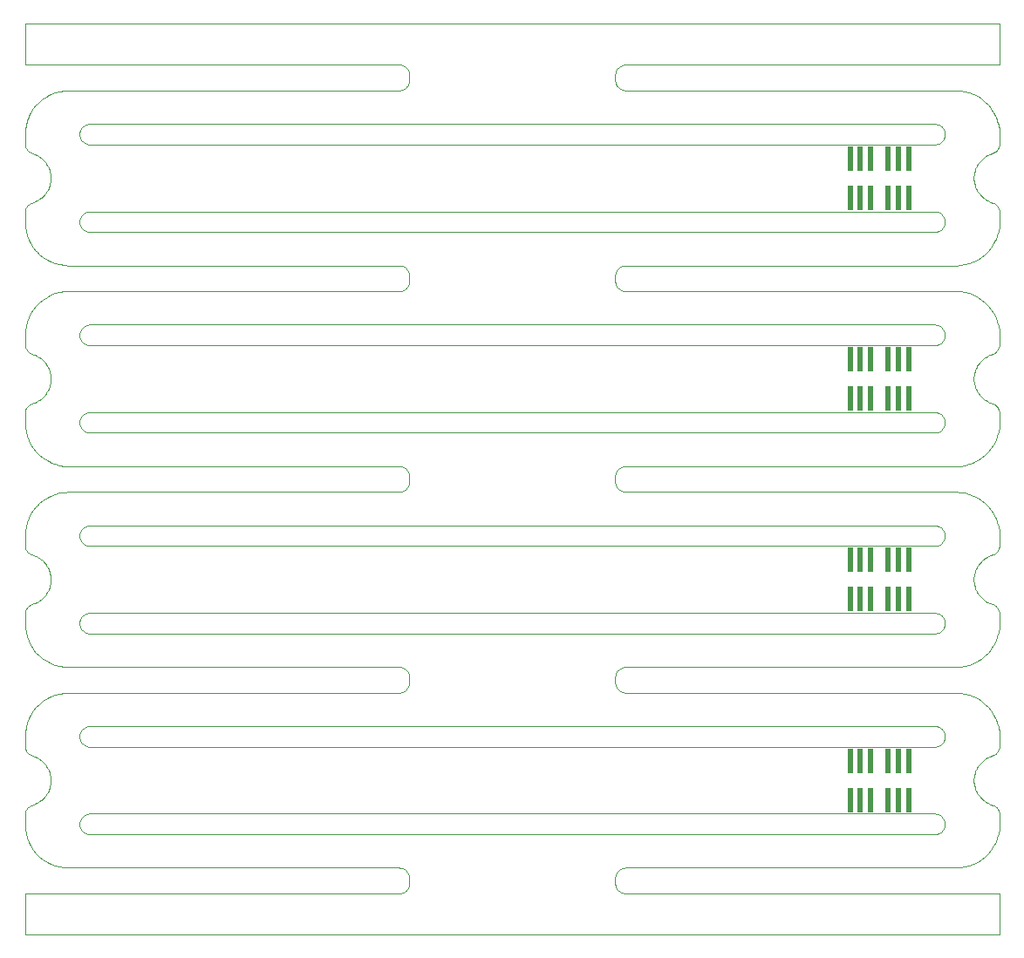
<source format=gbr>
G04 #@! TF.GenerationSoftware,KiCad,Pcbnew,5.1.5+dfsg1-2build2*
G04 #@! TF.CreationDate,2021-10-10T04:01:33+00:00*
G04 #@! TF.ProjectId,base_4.0,62617365-5f34-42e3-902e-6b696361645f,rev?*
G04 #@! TF.SameCoordinates,Original*
G04 #@! TF.FileFunction,Paste,Top*
G04 #@! TF.FilePolarity,Positive*
%FSLAX46Y46*%
G04 Gerber Fmt 4.6, Leading zero omitted, Abs format (unit mm)*
G04 Created by KiCad (PCBNEW 5.1.5+dfsg1-2build2) date 2021-10-10 04:01:33*
%MOMM*%
%LPD*%
G04 APERTURE LIST*
G04 #@! TA.AperFunction,Profile*
%ADD10C,0.100000*%
G04 #@! TD*
%ADD11R,0.560000X2.400000*%
G04 APERTURE END LIST*
D10*
X138549900Y-102715900D02*
X138451100Y-102736200D01*
X138646400Y-102685700D02*
X138549900Y-102715900D01*
X138739300Y-102645900D02*
X138646400Y-102685700D01*
X138827600Y-102596800D02*
X138739300Y-102645900D01*
X138910600Y-102539100D02*
X138827600Y-102596800D01*
X138987300Y-102473300D02*
X138910600Y-102539100D01*
X139057100Y-102399800D02*
X138987300Y-102473300D01*
X139119000Y-102319900D02*
X139057100Y-102399800D01*
X139172400Y-102234100D02*
X139119000Y-102319900D01*
X139216900Y-102143400D02*
X139172400Y-102234100D01*
X139252000Y-102048600D02*
X139216900Y-102143400D01*
X139277300Y-101950700D02*
X139252000Y-102048600D01*
X139292600Y-101850800D02*
X139277300Y-101950700D01*
X139297700Y-101749900D02*
X139292600Y-101850800D01*
X139292600Y-101649200D02*
X139297700Y-101749900D01*
X139277300Y-101549300D02*
X139292600Y-101649200D01*
X139252000Y-101451500D02*
X139277300Y-101549300D01*
X139216900Y-101356700D02*
X139252000Y-101451500D01*
X139172400Y-101266000D02*
X139216900Y-101356700D01*
X139119000Y-101180200D02*
X139172400Y-101266000D01*
X139057100Y-101100300D02*
X139119000Y-101180200D01*
X138987300Y-101026800D02*
X139057100Y-101100300D01*
X138910600Y-100961000D02*
X138987300Y-101026800D01*
X138827600Y-100903300D02*
X138910600Y-100961000D01*
X138739300Y-100854200D02*
X138827600Y-100903300D01*
X138646600Y-100814500D02*
X138739300Y-100854200D01*
X138550200Y-100784200D02*
X138646600Y-100814500D01*
X138451200Y-100763800D02*
X138550200Y-100784200D01*
X138350700Y-100753600D02*
X138451200Y-100763800D01*
X138274800Y-100751000D02*
X138350700Y-100753600D01*
X56325400Y-100751000D02*
X138274800Y-100751000D01*
X56249200Y-100753600D02*
X56325400Y-100751000D01*
X56148800Y-100763800D02*
X56249200Y-100753600D01*
X56049800Y-100784200D02*
X56148800Y-100763800D01*
X55953400Y-100814500D02*
X56049800Y-100784200D01*
X55860500Y-100854300D02*
X55953400Y-100814500D01*
X55772100Y-100903400D02*
X55860500Y-100854300D01*
X55689200Y-100961100D02*
X55772100Y-100903400D01*
X55612500Y-101027000D02*
X55689200Y-100961100D01*
X55542900Y-101100300D02*
X55612500Y-101027000D01*
X55481000Y-101180200D02*
X55542900Y-101100300D01*
X55427600Y-101266000D02*
X55481000Y-101180200D01*
X55383100Y-101356700D02*
X55427600Y-101266000D01*
X55348100Y-101451200D02*
X55383100Y-101356700D01*
X55322700Y-101549100D02*
X55348100Y-101451200D01*
X55307400Y-101649000D02*
X55322700Y-101549100D01*
X55302300Y-101749900D02*
X55307400Y-101649000D01*
X55307400Y-101850800D02*
X55302300Y-101749900D01*
X55322700Y-101950700D02*
X55307400Y-101850800D01*
X55348000Y-102048600D02*
X55322700Y-101950700D01*
X55383100Y-102143400D02*
X55348000Y-102048600D01*
X55427600Y-102234100D02*
X55383100Y-102143400D01*
X55481000Y-102319900D02*
X55427600Y-102234100D01*
X55542900Y-102399800D02*
X55481000Y-102319900D01*
X55612500Y-102473100D02*
X55542900Y-102399800D01*
X55689200Y-102538900D02*
X55612500Y-102473100D01*
X55772100Y-102596700D02*
X55689200Y-102538900D01*
X55860500Y-102645700D02*
X55772100Y-102596700D01*
X55953400Y-102685600D02*
X55860500Y-102645700D01*
X56049800Y-102715900D02*
X55953400Y-102685600D01*
X56148800Y-102736200D02*
X56049800Y-102715900D01*
X56249300Y-102746500D02*
X56148800Y-102736200D01*
X56325200Y-102749000D02*
X56249300Y-102746500D01*
X138274900Y-102749000D02*
X56325200Y-102749000D01*
X138350500Y-102746500D02*
X138274900Y-102749000D01*
X138451100Y-102736200D02*
X138350500Y-102746500D01*
X138549900Y-94215900D02*
X138451100Y-94236200D01*
X138646400Y-94185700D02*
X138549900Y-94215900D01*
X138739300Y-94145900D02*
X138646400Y-94185700D01*
X138827600Y-94096800D02*
X138739300Y-94145900D01*
X138910600Y-94039100D02*
X138827600Y-94096800D01*
X138987300Y-93973300D02*
X138910600Y-94039100D01*
X139057100Y-93899800D02*
X138987300Y-93973300D01*
X139119000Y-93819900D02*
X139057100Y-93899800D01*
X139172400Y-93734100D02*
X139119000Y-93819900D01*
X139216900Y-93643400D02*
X139172400Y-93734100D01*
X139252000Y-93548600D02*
X139216900Y-93643400D01*
X139277300Y-93450700D02*
X139252000Y-93548600D01*
X139292600Y-93350800D02*
X139277300Y-93450700D01*
X139297700Y-93249900D02*
X139292600Y-93350800D01*
X139292600Y-93149200D02*
X139297700Y-93249900D01*
X139277300Y-93049300D02*
X139292600Y-93149200D01*
X139252000Y-92951500D02*
X139277300Y-93049300D01*
X139216900Y-92856700D02*
X139252000Y-92951500D01*
X139172400Y-92766000D02*
X139216900Y-92856700D01*
X139119000Y-92680200D02*
X139172400Y-92766000D01*
X139057100Y-92600300D02*
X139119000Y-92680200D01*
X138987300Y-92526800D02*
X139057100Y-92600300D01*
X138910600Y-92461000D02*
X138987300Y-92526800D01*
X138827600Y-92403300D02*
X138910600Y-92461000D01*
X138739300Y-92354200D02*
X138827600Y-92403300D01*
X138646600Y-92314500D02*
X138739300Y-92354200D01*
X138550200Y-92284200D02*
X138646600Y-92314500D01*
X138451200Y-92263800D02*
X138550200Y-92284200D01*
X138350700Y-92253600D02*
X138451200Y-92263800D01*
X138274800Y-92251000D02*
X138350700Y-92253600D01*
X56325400Y-92251000D02*
X138274800Y-92251000D01*
X56249200Y-92253600D02*
X56325400Y-92251000D01*
X56148800Y-92263800D02*
X56249200Y-92253600D01*
X56049800Y-92284200D02*
X56148800Y-92263800D01*
X55953400Y-92314500D02*
X56049800Y-92284200D01*
X55860500Y-92354300D02*
X55953400Y-92314500D01*
X55772100Y-92403400D02*
X55860500Y-92354300D01*
X55689200Y-92461100D02*
X55772100Y-92403400D01*
X55612500Y-92527000D02*
X55689200Y-92461100D01*
X55542900Y-92600300D02*
X55612500Y-92527000D01*
X55481000Y-92680200D02*
X55542900Y-92600300D01*
X55427600Y-92766000D02*
X55481000Y-92680200D01*
X55383100Y-92856700D02*
X55427600Y-92766000D01*
X55348100Y-92951200D02*
X55383100Y-92856700D01*
X55322700Y-93049100D02*
X55348100Y-92951200D01*
X55307400Y-93149000D02*
X55322700Y-93049100D01*
X55302300Y-93249900D02*
X55307400Y-93149000D01*
X55307400Y-93350800D02*
X55302300Y-93249900D01*
X55322700Y-93450700D02*
X55307400Y-93350800D01*
X55348000Y-93548600D02*
X55322700Y-93450700D01*
X55383100Y-93643400D02*
X55348000Y-93548600D01*
X55427600Y-93734100D02*
X55383100Y-93643400D01*
X55481000Y-93819900D02*
X55427600Y-93734100D01*
X55542900Y-93899800D02*
X55481000Y-93819900D01*
X55612500Y-93973100D02*
X55542900Y-93899800D01*
X55689200Y-94038900D02*
X55612500Y-93973100D01*
X55772100Y-94096700D02*
X55689200Y-94038900D01*
X55860500Y-94145700D02*
X55772100Y-94096700D01*
X55953400Y-94185600D02*
X55860500Y-94145700D01*
X56049800Y-94215900D02*
X55953400Y-94185600D01*
X56148800Y-94236200D02*
X56049800Y-94215900D01*
X56249300Y-94246500D02*
X56148800Y-94236200D01*
X56325200Y-94249000D02*
X56249300Y-94246500D01*
X138274900Y-94249000D02*
X56325200Y-94249000D01*
X138350500Y-94246500D02*
X138274900Y-94249000D01*
X138451100Y-94236200D02*
X138350500Y-94246500D01*
X138549900Y-83215900D02*
X138451000Y-83236200D01*
X138646400Y-83185700D02*
X138549900Y-83215900D01*
X138739300Y-83145800D02*
X138646400Y-83185700D01*
X138827600Y-83096800D02*
X138739300Y-83145800D01*
X138910600Y-83039100D02*
X138827600Y-83096800D01*
X138987300Y-82973300D02*
X138910600Y-83039100D01*
X139057100Y-82899800D02*
X138987300Y-82973300D01*
X139119000Y-82819900D02*
X139057100Y-82899800D01*
X139172400Y-82734100D02*
X139119000Y-82819900D01*
X139216900Y-82643300D02*
X139172400Y-82734100D01*
X139252000Y-82548600D02*
X139216900Y-82643300D01*
X139277300Y-82450700D02*
X139252000Y-82548600D01*
X139292600Y-82350800D02*
X139277300Y-82450700D01*
X139297700Y-82249900D02*
X139292600Y-82350800D01*
X139292600Y-82149200D02*
X139297700Y-82249900D01*
X139277300Y-82049300D02*
X139292600Y-82149200D01*
X139252000Y-81951500D02*
X139277300Y-82049300D01*
X139216900Y-81856700D02*
X139252000Y-81951500D01*
X139172400Y-81765900D02*
X139216900Y-81856700D01*
X139119000Y-81680200D02*
X139172400Y-81765900D01*
X139057100Y-81600200D02*
X139119000Y-81680200D01*
X138987300Y-81526800D02*
X139057100Y-81600200D01*
X138910600Y-81461000D02*
X138987300Y-81526800D01*
X138827600Y-81403200D02*
X138910600Y-81461000D01*
X138739300Y-81354200D02*
X138827600Y-81403200D01*
X138646600Y-81314500D02*
X138739300Y-81354200D01*
X138550200Y-81284200D02*
X138646600Y-81314500D01*
X138451200Y-81263800D02*
X138550200Y-81284200D01*
X138350700Y-81253600D02*
X138451200Y-81263800D01*
X138274800Y-81251000D02*
X138350700Y-81253600D01*
X56325300Y-81251000D02*
X138274800Y-81251000D01*
X56249200Y-81253600D02*
X56325300Y-81251000D01*
X56148800Y-81263800D02*
X56249200Y-81253600D01*
X56049800Y-81284200D02*
X56148800Y-81263800D01*
X55953400Y-81314500D02*
X56049800Y-81284200D01*
X55860500Y-81354300D02*
X55953400Y-81314500D01*
X55772100Y-81403400D02*
X55860500Y-81354300D01*
X55689200Y-81461100D02*
X55772100Y-81403400D01*
X55612500Y-81527000D02*
X55689200Y-81461100D01*
X55542900Y-81600200D02*
X55612500Y-81527000D01*
X55481000Y-81680200D02*
X55542900Y-81600200D01*
X55427600Y-81765900D02*
X55481000Y-81680200D01*
X55383100Y-81856700D02*
X55427600Y-81765900D01*
X55348100Y-81951200D02*
X55383100Y-81856700D01*
X55322700Y-82049000D02*
X55348100Y-81951200D01*
X55307400Y-82148900D02*
X55322700Y-82049000D01*
X55302300Y-82249900D02*
X55307400Y-82148900D01*
X55307400Y-82350800D02*
X55302300Y-82249900D01*
X55322700Y-82450700D02*
X55307400Y-82350800D01*
X55348000Y-82548600D02*
X55322700Y-82450700D01*
X55383100Y-82643300D02*
X55348000Y-82548600D01*
X55427600Y-82734100D02*
X55383100Y-82643300D01*
X55481000Y-82819900D02*
X55427600Y-82734100D01*
X55542900Y-82899800D02*
X55481000Y-82819900D01*
X55612500Y-82973100D02*
X55542900Y-82899800D01*
X55689200Y-83038900D02*
X55612500Y-82973100D01*
X55772100Y-83096700D02*
X55689200Y-83038900D01*
X55860500Y-83145700D02*
X55772100Y-83096700D01*
X55953400Y-83185600D02*
X55860500Y-83145700D01*
X56049800Y-83215800D02*
X55953400Y-83185600D01*
X56148800Y-83236200D02*
X56049800Y-83215800D01*
X56249300Y-83246400D02*
X56148800Y-83236200D01*
X56325200Y-83249000D02*
X56249300Y-83246400D01*
X138274800Y-83249000D02*
X56325200Y-83249000D01*
X138350600Y-83246400D02*
X138274800Y-83249000D01*
X138451000Y-83236200D02*
X138350600Y-83246400D01*
X138549900Y-74715900D02*
X138451000Y-74736200D01*
X138646400Y-74685700D02*
X138549900Y-74715900D01*
X138739300Y-74645800D02*
X138646400Y-74685700D01*
X138827600Y-74596800D02*
X138739300Y-74645800D01*
X138910600Y-74539100D02*
X138827600Y-74596800D01*
X138987300Y-74473300D02*
X138910600Y-74539100D01*
X139057100Y-74399800D02*
X138987300Y-74473300D01*
X139119000Y-74319900D02*
X139057100Y-74399800D01*
X139172400Y-74234100D02*
X139119000Y-74319900D01*
X139216900Y-74143300D02*
X139172400Y-74234100D01*
X139252000Y-74048600D02*
X139216900Y-74143300D01*
X139277300Y-73950700D02*
X139252000Y-74048600D01*
X139292600Y-73850800D02*
X139277300Y-73950700D01*
X139297700Y-73749900D02*
X139292600Y-73850800D01*
X139292600Y-73649200D02*
X139297700Y-73749900D01*
X139277300Y-73549300D02*
X139292600Y-73649200D01*
X139252000Y-73451500D02*
X139277300Y-73549300D01*
X139216900Y-73356700D02*
X139252000Y-73451500D01*
X139172400Y-73265900D02*
X139216900Y-73356700D01*
X139119000Y-73180200D02*
X139172400Y-73265900D01*
X139057100Y-73100200D02*
X139119000Y-73180200D01*
X138987300Y-73026800D02*
X139057100Y-73100200D01*
X138910600Y-72961000D02*
X138987300Y-73026800D01*
X138827600Y-72903200D02*
X138910600Y-72961000D01*
X138739300Y-72854200D02*
X138827600Y-72903200D01*
X138646600Y-72814500D02*
X138739300Y-72854200D01*
X138550200Y-72784200D02*
X138646600Y-72814500D01*
X138451200Y-72763800D02*
X138550200Y-72784200D01*
X138350700Y-72753600D02*
X138451200Y-72763800D01*
X138274800Y-72751000D02*
X138350700Y-72753600D01*
X56325300Y-72751000D02*
X138274800Y-72751000D01*
X56249200Y-72753600D02*
X56325300Y-72751000D01*
X56148800Y-72763800D02*
X56249200Y-72753600D01*
X56049800Y-72784200D02*
X56148800Y-72763800D01*
X55953400Y-72814500D02*
X56049800Y-72784200D01*
X55860500Y-72854300D02*
X55953400Y-72814500D01*
X55772100Y-72903400D02*
X55860500Y-72854300D01*
X55689200Y-72961100D02*
X55772100Y-72903400D01*
X55612500Y-73027000D02*
X55689200Y-72961100D01*
X55542900Y-73100200D02*
X55612500Y-73027000D01*
X55481000Y-73180200D02*
X55542900Y-73100200D01*
X55427600Y-73265900D02*
X55481000Y-73180200D01*
X55383100Y-73356700D02*
X55427600Y-73265900D01*
X55348100Y-73451200D02*
X55383100Y-73356700D01*
X55322700Y-73549000D02*
X55348100Y-73451200D01*
X55307400Y-73648900D02*
X55322700Y-73549000D01*
X55302300Y-73749900D02*
X55307400Y-73648900D01*
X55307400Y-73850800D02*
X55302300Y-73749900D01*
X55322700Y-73950700D02*
X55307400Y-73850800D01*
X55348000Y-74048600D02*
X55322700Y-73950700D01*
X55383100Y-74143300D02*
X55348000Y-74048600D01*
X55427600Y-74234100D02*
X55383100Y-74143300D01*
X55481000Y-74319900D02*
X55427600Y-74234100D01*
X55542900Y-74399800D02*
X55481000Y-74319900D01*
X55612500Y-74473100D02*
X55542900Y-74399800D01*
X55689200Y-74538900D02*
X55612500Y-74473100D01*
X55772100Y-74596700D02*
X55689200Y-74538900D01*
X55860500Y-74645700D02*
X55772100Y-74596700D01*
X55953400Y-74685600D02*
X55860500Y-74645700D01*
X56049800Y-74715800D02*
X55953400Y-74685600D01*
X56148800Y-74736200D02*
X56049800Y-74715800D01*
X56249300Y-74746400D02*
X56148800Y-74736200D01*
X56325200Y-74749000D02*
X56249300Y-74746400D01*
X138274800Y-74749000D02*
X56325200Y-74749000D01*
X138350600Y-74746400D02*
X138274800Y-74749000D01*
X138451000Y-74736200D02*
X138350600Y-74746400D01*
X138549900Y-63715900D02*
X138451000Y-63736200D01*
X138646400Y-63685700D02*
X138549900Y-63715900D01*
X138739300Y-63645800D02*
X138646400Y-63685700D01*
X138827600Y-63596800D02*
X138739300Y-63645800D01*
X138910600Y-63539100D02*
X138827600Y-63596800D01*
X138987300Y-63473200D02*
X138910600Y-63539100D01*
X139057100Y-63399800D02*
X138987300Y-63473200D01*
X139118800Y-63320100D02*
X139057100Y-63399800D01*
X139172300Y-63234300D02*
X139118800Y-63320100D01*
X139216800Y-63143600D02*
X139172300Y-63234300D01*
X139251900Y-63048800D02*
X139216800Y-63143600D01*
X139277300Y-62951000D02*
X139251900Y-63048800D01*
X139292600Y-62851100D02*
X139277300Y-62951000D01*
X139297700Y-62750100D02*
X139292600Y-62851100D01*
X139292600Y-62649200D02*
X139297700Y-62750100D01*
X139277300Y-62549300D02*
X139292600Y-62649200D01*
X139252000Y-62451500D02*
X139277300Y-62549300D01*
X139216800Y-62356400D02*
X139252000Y-62451500D01*
X139172300Y-62265700D02*
X139216800Y-62356400D01*
X139118800Y-62179900D02*
X139172300Y-62265700D01*
X139056900Y-62100000D02*
X139118800Y-62179900D01*
X138987300Y-62026800D02*
X139056900Y-62100000D01*
X138910600Y-61960900D02*
X138987300Y-62026800D01*
X138827600Y-61903200D02*
X138910600Y-61960900D01*
X138739500Y-61854300D02*
X138827600Y-61903200D01*
X138646600Y-61814400D02*
X138739500Y-61854300D01*
X138550200Y-61784200D02*
X138646600Y-61814400D01*
X138451200Y-61763800D02*
X138550200Y-61784200D01*
X138350700Y-61753600D02*
X138451200Y-61763800D01*
X138274800Y-61751000D02*
X138350700Y-61753600D01*
X56325200Y-61751000D02*
X138274800Y-61751000D01*
X56249300Y-61753600D02*
X56325200Y-61751000D01*
X56148800Y-61763800D02*
X56249300Y-61753600D01*
X56049800Y-61784200D02*
X56148800Y-61763800D01*
X55953400Y-61814400D02*
X56049800Y-61784200D01*
X55860500Y-61854300D02*
X55953400Y-61814400D01*
X55772100Y-61903400D02*
X55860500Y-61854300D01*
X55689200Y-61961100D02*
X55772100Y-61903400D01*
X55612500Y-62027000D02*
X55689200Y-61961100D01*
X55542900Y-62100200D02*
X55612500Y-62027000D01*
X55481000Y-62180200D02*
X55542900Y-62100200D01*
X55427600Y-62265900D02*
X55481000Y-62180200D01*
X55383100Y-62356700D02*
X55427600Y-62265900D01*
X55348000Y-62451500D02*
X55383100Y-62356700D01*
X55322700Y-62549000D02*
X55348000Y-62451500D01*
X55307400Y-62648900D02*
X55322700Y-62549000D01*
X55302300Y-62749900D02*
X55307400Y-62648900D01*
X55307400Y-62850800D02*
X55302300Y-62749900D01*
X55322700Y-62950700D02*
X55307400Y-62850800D01*
X55348000Y-63048500D02*
X55322700Y-62950700D01*
X55383100Y-63143300D02*
X55348000Y-63048500D01*
X55427600Y-63234100D02*
X55383100Y-63143300D01*
X55481000Y-63319900D02*
X55427600Y-63234100D01*
X55542900Y-63399800D02*
X55481000Y-63319900D01*
X55612500Y-63473000D02*
X55542900Y-63399800D01*
X55689200Y-63538900D02*
X55612500Y-63473000D01*
X55772100Y-63596600D02*
X55689200Y-63538900D01*
X55860500Y-63645700D02*
X55772100Y-63596600D01*
X55953400Y-63685600D02*
X55860500Y-63645700D01*
X56049800Y-63715800D02*
X55953400Y-63685600D01*
X56148800Y-63736200D02*
X56049800Y-63715800D01*
X56249300Y-63746400D02*
X56148800Y-63736200D01*
X56325200Y-63749000D02*
X56249300Y-63746400D01*
X138274800Y-63749000D02*
X56325200Y-63749000D01*
X138350700Y-63746400D02*
X138274800Y-63749000D01*
X138451000Y-63736200D02*
X138350700Y-63746400D01*
X138549900Y-55215900D02*
X138451000Y-55236200D01*
X138646400Y-55185700D02*
X138549900Y-55215900D01*
X138739300Y-55145800D02*
X138646400Y-55185700D01*
X138827600Y-55096800D02*
X138739300Y-55145800D01*
X138910600Y-55039100D02*
X138827600Y-55096800D01*
X138987300Y-54973200D02*
X138910600Y-55039100D01*
X139057100Y-54899800D02*
X138987300Y-54973200D01*
X139118800Y-54820100D02*
X139057100Y-54899800D01*
X139172300Y-54734300D02*
X139118800Y-54820100D01*
X139216800Y-54643600D02*
X139172300Y-54734300D01*
X139251900Y-54548800D02*
X139216800Y-54643600D01*
X139277300Y-54451000D02*
X139251900Y-54548800D01*
X139292600Y-54351100D02*
X139277300Y-54451000D01*
X139297700Y-54250100D02*
X139292600Y-54351100D01*
X139292600Y-54149200D02*
X139297700Y-54250100D01*
X139277300Y-54049300D02*
X139292600Y-54149200D01*
X139252000Y-53951500D02*
X139277300Y-54049300D01*
X139216800Y-53856400D02*
X139252000Y-53951500D01*
X139172300Y-53765700D02*
X139216800Y-53856400D01*
X139118800Y-53679900D02*
X139172300Y-53765700D01*
X139056900Y-53600000D02*
X139118800Y-53679900D01*
X138987300Y-53526800D02*
X139056900Y-53600000D01*
X138910600Y-53460900D02*
X138987300Y-53526800D01*
X138827600Y-53403200D02*
X138910600Y-53460900D01*
X138739500Y-53354300D02*
X138827600Y-53403200D01*
X138646600Y-53314400D02*
X138739500Y-53354300D01*
X138550200Y-53284200D02*
X138646600Y-53314400D01*
X138451200Y-53263800D02*
X138550200Y-53284200D01*
X138350700Y-53253600D02*
X138451200Y-53263800D01*
X138274800Y-53251000D02*
X138350700Y-53253600D01*
X56325200Y-53251000D02*
X138274800Y-53251000D01*
X56249300Y-53253600D02*
X56325200Y-53251000D01*
X56148800Y-53263800D02*
X56249300Y-53253600D01*
X56049800Y-53284200D02*
X56148800Y-53263800D01*
X55953400Y-53314400D02*
X56049800Y-53284200D01*
X55860500Y-53354300D02*
X55953400Y-53314400D01*
X55772100Y-53403400D02*
X55860500Y-53354300D01*
X55689200Y-53461100D02*
X55772100Y-53403400D01*
X55612500Y-53527000D02*
X55689200Y-53461100D01*
X55542900Y-53600200D02*
X55612500Y-53527000D01*
X55481000Y-53680200D02*
X55542900Y-53600200D01*
X55427600Y-53765900D02*
X55481000Y-53680200D01*
X55383100Y-53856700D02*
X55427600Y-53765900D01*
X55348000Y-53951500D02*
X55383100Y-53856700D01*
X55322700Y-54049000D02*
X55348000Y-53951500D01*
X55307400Y-54148900D02*
X55322700Y-54049000D01*
X55302300Y-54249900D02*
X55307400Y-54148900D01*
X55307400Y-54350800D02*
X55302300Y-54249900D01*
X55322700Y-54450700D02*
X55307400Y-54350800D01*
X55348000Y-54548500D02*
X55322700Y-54450700D01*
X55383100Y-54643300D02*
X55348000Y-54548500D01*
X55427600Y-54734100D02*
X55383100Y-54643300D01*
X55481000Y-54819900D02*
X55427600Y-54734100D01*
X55542900Y-54899800D02*
X55481000Y-54819900D01*
X55612500Y-54973000D02*
X55542900Y-54899800D01*
X55689200Y-55038900D02*
X55612500Y-54973000D01*
X55772100Y-55096600D02*
X55689200Y-55038900D01*
X55860500Y-55145700D02*
X55772100Y-55096600D01*
X55953400Y-55185600D02*
X55860500Y-55145700D01*
X56049800Y-55215800D02*
X55953400Y-55185600D01*
X56148800Y-55236200D02*
X56049800Y-55215800D01*
X56249300Y-55246400D02*
X56148800Y-55236200D01*
X56325200Y-55249000D02*
X56249300Y-55246400D01*
X138274800Y-55249000D02*
X56325200Y-55249000D01*
X138350700Y-55246400D02*
X138274800Y-55249000D01*
X138451000Y-55236200D02*
X138350700Y-55246400D01*
X138550200Y-122215900D02*
X138450700Y-122236300D01*
X138646600Y-122185600D02*
X138550200Y-122215900D01*
X138739500Y-122145700D02*
X138646600Y-122185600D01*
X138827900Y-122096700D02*
X138739500Y-122145700D01*
X138910800Y-122038900D02*
X138827900Y-122096700D01*
X138987500Y-121973100D02*
X138910800Y-122038900D01*
X139057100Y-121899800D02*
X138987500Y-121973100D01*
X139119000Y-121819900D02*
X139057100Y-121899800D01*
X139172400Y-121734100D02*
X139119000Y-121819900D01*
X139216900Y-121643400D02*
X139172400Y-121734100D01*
X139252000Y-121548600D02*
X139216900Y-121643400D01*
X139277300Y-121450800D02*
X139252000Y-121548600D01*
X139292600Y-121350900D02*
X139277300Y-121450800D01*
X139297700Y-121249900D02*
X139292600Y-121350900D01*
X139292600Y-121149300D02*
X139297700Y-121249900D01*
X139277300Y-121049300D02*
X139292600Y-121149300D01*
X139252000Y-120951500D02*
X139277300Y-121049300D01*
X139216900Y-120856700D02*
X139252000Y-120951500D01*
X139172400Y-120766000D02*
X139216900Y-120856700D01*
X139119000Y-120680200D02*
X139172400Y-120766000D01*
X139057100Y-120600300D02*
X139119000Y-120680200D01*
X138987300Y-120526800D02*
X139057100Y-120600300D01*
X138910600Y-120461000D02*
X138987300Y-120526800D01*
X138827600Y-120403300D02*
X138910600Y-120461000D01*
X138739300Y-120354200D02*
X138827600Y-120403300D01*
X138646600Y-120314500D02*
X138739300Y-120354200D01*
X138550200Y-120284200D02*
X138646600Y-120314500D01*
X138451200Y-120263900D02*
X138550200Y-120284200D01*
X138350700Y-120253600D02*
X138451200Y-120263900D01*
X138274800Y-120251100D02*
X138350700Y-120253600D01*
X56325000Y-120251100D02*
X138274800Y-120251100D01*
X56249600Y-120253600D02*
X56325000Y-120251100D01*
X56148800Y-120263900D02*
X56249600Y-120253600D01*
X56049800Y-120284200D02*
X56148800Y-120263900D01*
X55953400Y-120314500D02*
X56049800Y-120284200D01*
X55860500Y-120354400D02*
X55953400Y-120314500D01*
X55772100Y-120403400D02*
X55860500Y-120354400D01*
X55689200Y-120461200D02*
X55772100Y-120403400D01*
X55612500Y-120527000D02*
X55689200Y-120461200D01*
X55542900Y-120600300D02*
X55612500Y-120527000D01*
X55481000Y-120680200D02*
X55542900Y-120600300D01*
X55427600Y-120766000D02*
X55481000Y-120680200D01*
X55383100Y-120856700D02*
X55427600Y-120766000D01*
X55348100Y-120951200D02*
X55383100Y-120856700D01*
X55322700Y-121049100D02*
X55348100Y-120951200D01*
X55307400Y-121149000D02*
X55322700Y-121049100D01*
X55302300Y-121249900D02*
X55307400Y-121149000D01*
X55307400Y-121350900D02*
X55302300Y-121249900D01*
X55322700Y-121450800D02*
X55307400Y-121350900D01*
X55348000Y-121548600D02*
X55322700Y-121450800D01*
X55383100Y-121643400D02*
X55348000Y-121548600D01*
X55427600Y-121734100D02*
X55383100Y-121643400D01*
X55481000Y-121819900D02*
X55427600Y-121734100D01*
X55542900Y-121899800D02*
X55481000Y-121819900D01*
X55612500Y-121973100D02*
X55542900Y-121899800D01*
X55689200Y-122038900D02*
X55612500Y-121973100D01*
X55772100Y-122096700D02*
X55689200Y-122038900D01*
X55860500Y-122145700D02*
X55772100Y-122096700D01*
X55953400Y-122185600D02*
X55860500Y-122145700D01*
X56049800Y-122215900D02*
X55953400Y-122185600D01*
X56148800Y-122236200D02*
X56049800Y-122215900D01*
X56249300Y-122246500D02*
X56148800Y-122236200D01*
X56325200Y-122249100D02*
X56249300Y-122246500D01*
X138274500Y-122249100D02*
X56325200Y-122249100D01*
X138350900Y-122246500D02*
X138274500Y-122249100D01*
X138450700Y-122236300D02*
X138350900Y-122246500D01*
X138550200Y-113715900D02*
X138450700Y-113736300D01*
X138646600Y-113685600D02*
X138550200Y-113715900D01*
X138739500Y-113645700D02*
X138646600Y-113685600D01*
X138827900Y-113596700D02*
X138739500Y-113645700D01*
X138910800Y-113538900D02*
X138827900Y-113596700D01*
X138987500Y-113473100D02*
X138910800Y-113538900D01*
X139057100Y-113399800D02*
X138987500Y-113473100D01*
X139119000Y-113319900D02*
X139057100Y-113399800D01*
X139172400Y-113234100D02*
X139119000Y-113319900D01*
X139216900Y-113143400D02*
X139172400Y-113234100D01*
X139252000Y-113048600D02*
X139216900Y-113143400D01*
X139277300Y-112950800D02*
X139252000Y-113048600D01*
X139292600Y-112850900D02*
X139277300Y-112950800D01*
X139297700Y-112749900D02*
X139292600Y-112850900D01*
X139292600Y-112649300D02*
X139297700Y-112749900D01*
X139277300Y-112549300D02*
X139292600Y-112649300D01*
X139252000Y-112451500D02*
X139277300Y-112549300D01*
X139216900Y-112356700D02*
X139252000Y-112451500D01*
X139172400Y-112266000D02*
X139216900Y-112356700D01*
X139119000Y-112180200D02*
X139172400Y-112266000D01*
X139057100Y-112100300D02*
X139119000Y-112180200D01*
X138987300Y-112026800D02*
X139057100Y-112100300D01*
X138910600Y-111961000D02*
X138987300Y-112026800D01*
X138827600Y-111903300D02*
X138910600Y-111961000D01*
X138739300Y-111854200D02*
X138827600Y-111903300D01*
X138646600Y-111814500D02*
X138739300Y-111854200D01*
X138550200Y-111784200D02*
X138646600Y-111814500D01*
X138451200Y-111763900D02*
X138550200Y-111784200D01*
X138350700Y-111753600D02*
X138451200Y-111763900D01*
X138274800Y-111751100D02*
X138350700Y-111753600D01*
X56325000Y-111751100D02*
X138274800Y-111751100D01*
X56249600Y-111753600D02*
X56325000Y-111751100D01*
X56148800Y-111763900D02*
X56249600Y-111753600D01*
X56049800Y-111784200D02*
X56148800Y-111763900D01*
X55953400Y-111814500D02*
X56049800Y-111784200D01*
X55860500Y-111854400D02*
X55953400Y-111814500D01*
X55772100Y-111903400D02*
X55860500Y-111854400D01*
X55689200Y-111961200D02*
X55772100Y-111903400D01*
X55612500Y-112027000D02*
X55689200Y-111961200D01*
X55542900Y-112100300D02*
X55612500Y-112027000D01*
X55481000Y-112180200D02*
X55542900Y-112100300D01*
X55427600Y-112266000D02*
X55481000Y-112180200D01*
X55383100Y-112356700D02*
X55427600Y-112266000D01*
X55348100Y-112451200D02*
X55383100Y-112356700D01*
X55322700Y-112549100D02*
X55348100Y-112451200D01*
X55307400Y-112649000D02*
X55322700Y-112549100D01*
X55302300Y-112749900D02*
X55307400Y-112649000D01*
X55307400Y-112850900D02*
X55302300Y-112749900D01*
X55322700Y-112950800D02*
X55307400Y-112850900D01*
X55348000Y-113048600D02*
X55322700Y-112950800D01*
X55383100Y-113143400D02*
X55348000Y-113048600D01*
X55427600Y-113234100D02*
X55383100Y-113143400D01*
X55481000Y-113319900D02*
X55427600Y-113234100D01*
X55542900Y-113399800D02*
X55481000Y-113319900D01*
X55612500Y-113473100D02*
X55542900Y-113399800D01*
X55689200Y-113538900D02*
X55612500Y-113473100D01*
X55772100Y-113596700D02*
X55689200Y-113538900D01*
X55860500Y-113645700D02*
X55772100Y-113596700D01*
X55953400Y-113685600D02*
X55860500Y-113645700D01*
X56049800Y-113715900D02*
X55953400Y-113685600D01*
X56148800Y-113736200D02*
X56049800Y-113715900D01*
X56249300Y-113746500D02*
X56148800Y-113736200D01*
X56325200Y-113749100D02*
X56249300Y-113746500D01*
X138274500Y-113749100D02*
X56325200Y-113749100D01*
X138350900Y-113746500D02*
X138274500Y-113749100D01*
X138450700Y-113736300D02*
X138350900Y-113746500D01*
X144576500Y-43499000D02*
X50009200Y-43499700D01*
X144591800Y-43499800D02*
X144576500Y-43499000D01*
X144597000Y-43502300D02*
X144591800Y-43499800D01*
X144600200Y-43508200D02*
X144597000Y-43502300D01*
X144601000Y-43523500D02*
X144600200Y-43508200D01*
X144601000Y-47475500D02*
X144601000Y-43523500D01*
X144599700Y-47492700D02*
X144601000Y-47475500D01*
X144597000Y-47496700D02*
X144599700Y-47492700D01*
X144591800Y-47499200D02*
X144597000Y-47496700D01*
X108291300Y-47500000D02*
X144591800Y-47499200D01*
X108194000Y-47504800D02*
X108291300Y-47500000D01*
X108097900Y-47519000D02*
X108194000Y-47504800D01*
X108003600Y-47542600D02*
X108097900Y-47519000D01*
X107912200Y-47575400D02*
X108003600Y-47542600D01*
X107824300Y-47616900D02*
X107912200Y-47575400D01*
X107741000Y-47666900D02*
X107824300Y-47616900D01*
X107663000Y-47724700D02*
X107741000Y-47666900D01*
X107591000Y-47790000D02*
X107663000Y-47724700D01*
X107525700Y-47862000D02*
X107591000Y-47790000D01*
X107467900Y-47940000D02*
X107525700Y-47862000D01*
X107417900Y-48023300D02*
X107467900Y-47940000D01*
X107376400Y-48111100D02*
X107417900Y-48023300D01*
X107343700Y-48202600D02*
X107376400Y-48111100D01*
X107320000Y-48296900D02*
X107343700Y-48202600D01*
X107305800Y-48393000D02*
X107320000Y-48296900D01*
X107301000Y-48490200D02*
X107305800Y-48393000D01*
X107301000Y-49008800D02*
X107301000Y-48490200D01*
X107305800Y-49106000D02*
X107301000Y-49008800D01*
X107320000Y-49202100D02*
X107305800Y-49106000D01*
X107343700Y-49296400D02*
X107320000Y-49202100D01*
X107376400Y-49387900D02*
X107343700Y-49296400D01*
X107417900Y-49475700D02*
X107376400Y-49387900D01*
X107467900Y-49559000D02*
X107417900Y-49475700D01*
X107525700Y-49637000D02*
X107467900Y-49559000D01*
X107591000Y-49709000D02*
X107525700Y-49637000D01*
X107663000Y-49774300D02*
X107591000Y-49709000D01*
X107741000Y-49832100D02*
X107663000Y-49774300D01*
X107824300Y-49882100D02*
X107741000Y-49832100D01*
X107912200Y-49923600D02*
X107824300Y-49882100D01*
X108003600Y-49956400D02*
X107912200Y-49923600D01*
X108097900Y-49980000D02*
X108003600Y-49956400D01*
X108194000Y-49994200D02*
X108097900Y-49980000D01*
X108291300Y-49999000D02*
X108194000Y-49994200D01*
X140343400Y-49999000D02*
X108291300Y-49999000D01*
X140794600Y-50022700D02*
X140343400Y-49999000D01*
X141220800Y-50089800D02*
X140794600Y-50022700D01*
X141246500Y-50095300D02*
X141220800Y-50089800D01*
X141663300Y-50207300D02*
X141246500Y-50095300D01*
X142066700Y-50361800D02*
X141663300Y-50207300D01*
X142090700Y-50372500D02*
X142066700Y-50361800D01*
X142475100Y-50568700D02*
X142090700Y-50372500D01*
X142848300Y-50811000D02*
X142475100Y-50568700D01*
X143194500Y-51091300D02*
X142848300Y-50811000D01*
X143499800Y-51396200D02*
X143194500Y-51091300D01*
X143517400Y-51415700D02*
X143499800Y-51396200D01*
X143780800Y-51741100D02*
X143517400Y-51415700D01*
X143796300Y-51762300D02*
X143780800Y-51741100D01*
X144031100Y-52124500D02*
X143796300Y-51762300D01*
X144227500Y-52509200D02*
X144031100Y-52124500D01*
X144238200Y-52533200D02*
X144227500Y-52509200D01*
X144388200Y-52924100D02*
X144238200Y-52533200D01*
X144396300Y-52949100D02*
X144388200Y-52924100D01*
X144507800Y-53366500D02*
X144396300Y-52949100D01*
X144577300Y-53805500D02*
X144507800Y-53366500D01*
X144600900Y-54250100D02*
X144577300Y-53805500D01*
X144600900Y-55145800D02*
X144600900Y-54250100D01*
X144595900Y-55244100D02*
X144600900Y-55145800D01*
X144583400Y-55329600D02*
X144595900Y-55244100D01*
X144578600Y-55353900D02*
X144583400Y-55329600D01*
X144553400Y-55449200D02*
X144578600Y-55353900D01*
X144524000Y-55530000D02*
X144553400Y-55449200D01*
X144487300Y-55608200D02*
X144524000Y-55530000D01*
X144475600Y-55630000D02*
X144487300Y-55608200D01*
X144430700Y-55703900D02*
X144475600Y-55630000D01*
X144372100Y-55782500D02*
X144430700Y-55703900D01*
X144314100Y-55846600D02*
X144372100Y-55782500D01*
X144296500Y-55864100D02*
X144314100Y-55846600D01*
X144232100Y-55921700D02*
X144296500Y-55864100D01*
X144152700Y-55980100D02*
X144232100Y-55921700D01*
X144057300Y-56035700D02*
X144152700Y-55980100D01*
X143978600Y-56072200D02*
X144057300Y-56035700D01*
X143700100Y-56170700D02*
X143978600Y-56072200D01*
X143609400Y-56207800D02*
X143700100Y-56170700D01*
X143475300Y-56270600D02*
X143609400Y-56207800D01*
X143388700Y-56316400D02*
X143475300Y-56270600D01*
X143261400Y-56392000D02*
X143388700Y-56316400D01*
X143179800Y-56446200D02*
X143261400Y-56392000D01*
X143060600Y-56533900D02*
X143179800Y-56446200D01*
X142984600Y-56595900D02*
X143060600Y-56533900D01*
X142874600Y-56694900D02*
X142984600Y-56595900D01*
X142805100Y-56764000D02*
X142874600Y-56694900D01*
X142705400Y-56873400D02*
X142805100Y-56764000D01*
X142643000Y-56949000D02*
X142705400Y-56873400D01*
X142554500Y-57067700D02*
X142643000Y-56949000D01*
X142499900Y-57149100D02*
X142554500Y-57067700D01*
X142423600Y-57275900D02*
X142499900Y-57149100D01*
X142377200Y-57362300D02*
X142423600Y-57275900D01*
X142313700Y-57496000D02*
X142377200Y-57362300D01*
X142276000Y-57586500D02*
X142313700Y-57496000D01*
X142226000Y-57725800D02*
X142276000Y-57586500D01*
X142197400Y-57819500D02*
X142226000Y-57725800D01*
X142161300Y-57963100D02*
X142197400Y-57819500D01*
X142142200Y-58059200D02*
X142161300Y-57963100D01*
X142120400Y-58205600D02*
X142142200Y-58059200D01*
X142110700Y-58303100D02*
X142120400Y-58205600D01*
X142103400Y-58451000D02*
X142110700Y-58303100D01*
X142103400Y-58549000D02*
X142103400Y-58451000D01*
X142110700Y-58696900D02*
X142103400Y-58549000D01*
X142120400Y-58794400D02*
X142110700Y-58696900D01*
X142142200Y-58940800D02*
X142120400Y-58794400D01*
X142161300Y-59036900D02*
X142142200Y-58940800D01*
X142197400Y-59180500D02*
X142161300Y-59036900D01*
X142226000Y-59274200D02*
X142197400Y-59180500D01*
X142276000Y-59413500D02*
X142226000Y-59274200D01*
X142313700Y-59504000D02*
X142276000Y-59413500D01*
X142377200Y-59637700D02*
X142313700Y-59504000D01*
X142423600Y-59724100D02*
X142377200Y-59637700D01*
X142499900Y-59850900D02*
X142423600Y-59724100D01*
X142554500Y-59932300D02*
X142499900Y-59850900D01*
X142643000Y-60051000D02*
X142554500Y-59932300D01*
X142705400Y-60126600D02*
X142643000Y-60051000D01*
X142805100Y-60236000D02*
X142705400Y-60126600D01*
X142874600Y-60305100D02*
X142805100Y-60236000D01*
X142984600Y-60404100D02*
X142874600Y-60305100D01*
X143060600Y-60466100D02*
X142984600Y-60404100D01*
X143179800Y-60553800D02*
X143060600Y-60466100D01*
X143261500Y-60608000D02*
X143179800Y-60553800D01*
X143388700Y-60683600D02*
X143261500Y-60608000D01*
X143475300Y-60729500D02*
X143388700Y-60683600D01*
X143609400Y-60792200D02*
X143475300Y-60729500D01*
X143700100Y-60829300D02*
X143609400Y-60792200D01*
X143979100Y-60928000D02*
X143700100Y-60829300D01*
X144068400Y-60969800D02*
X143979100Y-60928000D01*
X144162800Y-61027000D02*
X144068400Y-60969800D01*
X144241700Y-61086500D02*
X144162800Y-61027000D01*
X144305400Y-61144300D02*
X144241700Y-61086500D01*
X144363800Y-61207900D02*
X144305400Y-61144300D01*
X144379500Y-61227000D02*
X144363800Y-61207900D01*
X144430700Y-61296100D02*
X144379500Y-61227000D01*
X144481800Y-61381000D02*
X144430700Y-61296100D01*
X144524100Y-61470000D02*
X144481800Y-61381000D01*
X144557400Y-61562800D02*
X144524100Y-61470000D01*
X144581400Y-61658400D02*
X144557400Y-61562800D01*
X144594300Y-61743400D02*
X144581400Y-61658400D01*
X144596800Y-61768000D02*
X144594300Y-61743400D01*
X144601000Y-61860300D02*
X144596800Y-61768000D01*
X144600900Y-62749900D02*
X144601000Y-61860300D01*
X144578400Y-63181200D02*
X144600900Y-62749900D01*
X144575700Y-63207300D02*
X144578400Y-63181200D01*
X144510200Y-63620800D02*
X144575700Y-63207300D01*
X144504700Y-63646500D02*
X144510200Y-63620800D01*
X144392700Y-64063300D02*
X144504700Y-63646500D01*
X144238200Y-64466700D02*
X144392700Y-64063300D01*
X144227500Y-64490700D02*
X144238200Y-64466700D01*
X144031300Y-64875100D02*
X144227500Y-64490700D01*
X143788700Y-65248700D02*
X144031300Y-64875100D01*
X143517400Y-65584200D02*
X143788700Y-65248700D01*
X143499800Y-65603800D02*
X143517400Y-65584200D01*
X143194400Y-65908700D02*
X143499800Y-65603800D01*
X142858900Y-66180800D02*
X143194400Y-65908700D01*
X142837700Y-66196300D02*
X142858900Y-66180800D01*
X142475500Y-66431100D02*
X142837700Y-66196300D01*
X142078600Y-66633300D02*
X142475500Y-66431100D01*
X141663300Y-66792700D02*
X142078600Y-66633300D01*
X141233500Y-66907800D02*
X141663300Y-66792700D01*
X140794000Y-66977400D02*
X141233500Y-66907800D01*
X140343600Y-67001000D02*
X140794000Y-66977400D01*
X108291300Y-67001000D02*
X140343600Y-67001000D01*
X108194000Y-67005800D02*
X108291300Y-67001000D01*
X108097900Y-67020000D02*
X108194000Y-67005800D01*
X108003600Y-67043600D02*
X108097900Y-67020000D01*
X107912200Y-67076400D02*
X108003600Y-67043600D01*
X107824300Y-67117900D02*
X107912200Y-67076400D01*
X107741000Y-67167900D02*
X107824300Y-67117900D01*
X107663000Y-67225700D02*
X107741000Y-67167900D01*
X107591000Y-67291000D02*
X107663000Y-67225700D01*
X107525700Y-67363000D02*
X107591000Y-67291000D01*
X107467900Y-67441000D02*
X107525700Y-67363000D01*
X107417900Y-67524300D02*
X107467900Y-67441000D01*
X107376400Y-67612100D02*
X107417900Y-67524300D01*
X107343700Y-67703600D02*
X107376400Y-67612100D01*
X107320000Y-67797900D02*
X107343700Y-67703600D01*
X107305800Y-67894000D02*
X107320000Y-67797900D01*
X107301000Y-67991200D02*
X107305800Y-67894000D01*
X107301000Y-68508800D02*
X107301000Y-67991200D01*
X107305800Y-68606000D02*
X107301000Y-68508800D01*
X107320000Y-68702100D02*
X107305800Y-68606000D01*
X107343700Y-68796400D02*
X107320000Y-68702100D01*
X107376400Y-68887900D02*
X107343700Y-68796400D01*
X107417900Y-68975700D02*
X107376400Y-68887900D01*
X107467900Y-69059000D02*
X107417900Y-68975700D01*
X107525700Y-69137000D02*
X107467900Y-69059000D01*
X107591000Y-69209000D02*
X107525700Y-69137000D01*
X107663000Y-69274300D02*
X107591000Y-69209000D01*
X107741000Y-69332200D02*
X107663000Y-69274300D01*
X107824300Y-69382100D02*
X107741000Y-69332200D01*
X107912200Y-69423600D02*
X107824300Y-69382100D01*
X108003600Y-69456400D02*
X107912200Y-69423600D01*
X108097900Y-69480000D02*
X108003600Y-69456400D01*
X108194000Y-69494200D02*
X108097900Y-69480000D01*
X108291300Y-69499000D02*
X108194000Y-69494200D01*
X140350200Y-69499100D02*
X108291300Y-69499000D01*
X140794600Y-69522700D02*
X140350200Y-69499100D01*
X141233500Y-69592200D02*
X140794600Y-69522700D01*
X141663300Y-69707300D02*
X141233500Y-69592200D01*
X142066700Y-69861800D02*
X141663300Y-69707300D01*
X142090700Y-69872500D02*
X142066700Y-69861800D01*
X142463800Y-70062600D02*
X142090700Y-69872500D01*
X142486500Y-70075700D02*
X142463800Y-70062600D01*
X142848700Y-70311300D02*
X142486500Y-70075700D01*
X143184200Y-70582600D02*
X142848700Y-70311300D01*
X143203800Y-70600200D02*
X143184200Y-70582600D01*
X143499800Y-70896200D02*
X143203800Y-70600200D01*
X143517400Y-70915800D02*
X143499800Y-70896200D01*
X143788700Y-71251400D02*
X143517400Y-70915800D01*
X144024300Y-71613500D02*
X143788700Y-71251400D01*
X144037400Y-71636200D02*
X144024300Y-71613500D01*
X144233100Y-72020900D02*
X144037400Y-71636200D01*
X144392500Y-72436300D02*
X144233100Y-72020900D01*
X144507700Y-72866000D02*
X144392500Y-72436300D01*
X144577400Y-73306000D02*
X144507700Y-72866000D01*
X144601000Y-73756400D02*
X144577400Y-73306000D01*
X144601000Y-74639900D02*
X144601000Y-73756400D01*
X144596800Y-74732000D02*
X144601000Y-74639900D01*
X144594300Y-74756600D02*
X144596800Y-74732000D01*
X144581300Y-74842100D02*
X144594300Y-74756600D01*
X144557200Y-74937700D02*
X144581300Y-74842100D01*
X144524000Y-75030000D02*
X144557200Y-74937700D01*
X144481800Y-75119100D02*
X144524000Y-75030000D01*
X144430900Y-75203500D02*
X144481800Y-75119100D01*
X144372100Y-75282600D02*
X144430900Y-75203500D01*
X144305700Y-75355400D02*
X144372100Y-75282600D01*
X144241700Y-75413500D02*
X144305700Y-75355400D01*
X144222500Y-75429100D02*
X144241700Y-75413500D01*
X144153100Y-75479900D02*
X144222500Y-75429100D01*
X144067900Y-75530500D02*
X144153100Y-75479900D01*
X143978600Y-75572200D02*
X144067900Y-75530500D01*
X143700100Y-75670700D02*
X143978600Y-75572200D01*
X143609400Y-75707800D02*
X143700100Y-75670700D01*
X143475300Y-75770600D02*
X143609400Y-75707800D01*
X143388700Y-75816400D02*
X143475300Y-75770600D01*
X143261400Y-75892000D02*
X143388700Y-75816400D01*
X143179800Y-75946200D02*
X143261400Y-75892000D01*
X143060600Y-76033900D02*
X143179800Y-75946200D01*
X142984600Y-76095900D02*
X143060600Y-76033900D01*
X142874600Y-76194900D02*
X142984600Y-76095900D01*
X142805100Y-76264000D02*
X142874600Y-76194900D01*
X142705400Y-76373400D02*
X142805100Y-76264000D01*
X142643000Y-76449000D02*
X142705400Y-76373400D01*
X142554500Y-76567700D02*
X142643000Y-76449000D01*
X142499900Y-76649100D02*
X142554500Y-76567700D01*
X142423600Y-76775900D02*
X142499900Y-76649100D01*
X142377200Y-76862300D02*
X142423600Y-76775900D01*
X142313700Y-76996000D02*
X142377200Y-76862300D01*
X142276000Y-77086500D02*
X142313700Y-76996000D01*
X142226000Y-77225800D02*
X142276000Y-77086500D01*
X142197400Y-77319500D02*
X142226000Y-77225800D01*
X142161300Y-77463100D02*
X142197400Y-77319500D01*
X142142200Y-77559200D02*
X142161300Y-77463100D01*
X142120400Y-77705600D02*
X142142200Y-77559200D01*
X142110700Y-77803200D02*
X142120400Y-77705600D01*
X142103400Y-77951000D02*
X142110700Y-77803200D01*
X142103400Y-78049000D02*
X142103400Y-77951000D01*
X142110700Y-78196900D02*
X142103400Y-78049000D01*
X142120400Y-78294400D02*
X142110700Y-78196900D01*
X142142200Y-78440800D02*
X142120400Y-78294400D01*
X142161300Y-78536900D02*
X142142200Y-78440800D01*
X142197400Y-78680500D02*
X142161300Y-78536900D01*
X142226000Y-78774200D02*
X142197400Y-78680500D01*
X142276000Y-78913600D02*
X142226000Y-78774200D01*
X142313700Y-79004100D02*
X142276000Y-78913600D01*
X142377200Y-79137800D02*
X142313700Y-79004100D01*
X142423600Y-79224100D02*
X142377200Y-79137800D01*
X142499900Y-79350900D02*
X142423600Y-79224100D01*
X142554500Y-79432300D02*
X142499900Y-79350900D01*
X142643000Y-79551000D02*
X142554500Y-79432300D01*
X142705400Y-79626600D02*
X142643000Y-79551000D01*
X142805100Y-79736000D02*
X142705400Y-79626600D01*
X142874600Y-79805100D02*
X142805100Y-79736000D01*
X142984600Y-79904200D02*
X142874600Y-79805100D01*
X143060600Y-79966100D02*
X142984600Y-79904200D01*
X143179800Y-80053900D02*
X143060600Y-79966100D01*
X143261500Y-80108000D02*
X143179800Y-80053900D01*
X143388700Y-80183600D02*
X143261500Y-80108000D01*
X143475300Y-80229500D02*
X143388700Y-80183600D01*
X143609400Y-80292200D02*
X143475300Y-80229500D01*
X143700100Y-80329300D02*
X143609400Y-80292200D01*
X143967300Y-80423500D02*
X143700100Y-80329300D01*
X143990000Y-80432800D02*
X143967300Y-80423500D01*
X144068400Y-80469800D02*
X143990000Y-80432800D01*
X144153100Y-80520200D02*
X144068400Y-80469800D01*
X144222500Y-80570900D02*
X144153100Y-80520200D01*
X144241700Y-80586500D02*
X144222500Y-80570900D01*
X144305400Y-80644300D02*
X144241700Y-80586500D01*
X144363800Y-80707900D02*
X144305400Y-80644300D01*
X144379500Y-80727000D02*
X144363800Y-80707900D01*
X144430700Y-80796100D02*
X144379500Y-80727000D01*
X144481600Y-80880600D02*
X144430700Y-80796100D01*
X144523900Y-80969600D02*
X144481600Y-80880600D01*
X144557400Y-81062800D02*
X144523900Y-80969600D01*
X144581400Y-81158400D02*
X144557400Y-81062800D01*
X144594300Y-81243400D02*
X144581400Y-81158400D01*
X144596800Y-81268000D02*
X144594300Y-81243400D01*
X144601000Y-81360300D02*
X144596800Y-81268000D01*
X144601000Y-82243600D02*
X144601000Y-81360300D01*
X144578400Y-82681500D02*
X144601000Y-82243600D01*
X144575700Y-82707400D02*
X144578400Y-82681500D01*
X144507700Y-83134100D02*
X144575700Y-82707400D01*
X144396400Y-83550900D02*
X144507700Y-83134100D01*
X144388200Y-83575900D02*
X144396400Y-83550900D01*
X144233300Y-83978700D02*
X144388200Y-83575900D01*
X144037500Y-84363800D02*
X144233300Y-83978700D01*
X144024300Y-84386500D02*
X144037500Y-84363800D01*
X143789000Y-84748300D02*
X144024300Y-84386500D01*
X143508700Y-85094500D02*
X143789000Y-84748300D01*
X143203800Y-85399800D02*
X143508700Y-85094500D01*
X143184300Y-85417400D02*
X143203800Y-85399800D01*
X142848700Y-85688700D02*
X143184300Y-85417400D01*
X142486500Y-85924300D02*
X142848700Y-85688700D01*
X142463800Y-85937500D02*
X142486500Y-85924300D01*
X142090500Y-86127600D02*
X142463800Y-85937500D01*
X142066800Y-86138200D02*
X142090500Y-86127600D01*
X141663700Y-86292600D02*
X142066800Y-86138200D01*
X141234000Y-86407700D02*
X141663700Y-86292600D01*
X140794000Y-86477400D02*
X141234000Y-86407700D01*
X140343600Y-86501000D02*
X140794000Y-86477400D01*
X108291300Y-86501000D02*
X140343600Y-86501000D01*
X108194000Y-86505800D02*
X108291300Y-86501000D01*
X108097900Y-86520000D02*
X108194000Y-86505800D01*
X108003600Y-86543700D02*
X108097900Y-86520000D01*
X107912200Y-86576400D02*
X108003600Y-86543700D01*
X107824300Y-86617900D02*
X107912200Y-86576400D01*
X107741000Y-86667900D02*
X107824300Y-86617900D01*
X107663000Y-86725700D02*
X107741000Y-86667900D01*
X107591000Y-86791000D02*
X107663000Y-86725700D01*
X107525700Y-86863000D02*
X107591000Y-86791000D01*
X107467900Y-86941000D02*
X107525700Y-86863000D01*
X107417900Y-87024300D02*
X107467900Y-86941000D01*
X107376400Y-87112200D02*
X107417900Y-87024300D01*
X107343700Y-87203600D02*
X107376400Y-87112200D01*
X107320000Y-87297900D02*
X107343700Y-87203600D01*
X107305800Y-87394000D02*
X107320000Y-87297900D01*
X107301000Y-87491300D02*
X107305800Y-87394000D01*
X107301000Y-88008800D02*
X107301000Y-87491300D01*
X107305800Y-88106000D02*
X107301000Y-88008800D01*
X107320000Y-88202200D02*
X107305800Y-88106000D01*
X107343700Y-88296400D02*
X107320000Y-88202200D01*
X107376400Y-88387900D02*
X107343700Y-88296400D01*
X107417900Y-88475700D02*
X107376400Y-88387900D01*
X107467900Y-88559000D02*
X107417900Y-88475700D01*
X107525700Y-88637100D02*
X107467900Y-88559000D01*
X107591000Y-88709000D02*
X107525700Y-88637100D01*
X107663000Y-88774300D02*
X107591000Y-88709000D01*
X107741000Y-88832200D02*
X107663000Y-88774300D01*
X107824300Y-88882100D02*
X107741000Y-88832200D01*
X107912200Y-88923600D02*
X107824300Y-88882100D01*
X108003600Y-88956400D02*
X107912200Y-88923600D01*
X108097900Y-88980000D02*
X108003600Y-88956400D01*
X108194000Y-88994200D02*
X108097900Y-88980000D01*
X108291300Y-88999000D02*
X108194000Y-88994200D01*
X140343600Y-88999000D02*
X108291300Y-88999000D01*
X140794100Y-89022600D02*
X140343600Y-88999000D01*
X141233500Y-89092200D02*
X140794100Y-89022600D01*
X141663300Y-89207400D02*
X141233500Y-89092200D01*
X142078700Y-89366800D02*
X141663300Y-89207400D01*
X142475600Y-89569000D02*
X142078700Y-89366800D01*
X142837600Y-89803700D02*
X142475600Y-89569000D01*
X142858900Y-89819200D02*
X142837600Y-89803700D01*
X143194100Y-90091000D02*
X142858900Y-89819200D01*
X143499800Y-90396200D02*
X143194100Y-90091000D01*
X143517400Y-90415800D02*
X143499800Y-90396200D01*
X143788700Y-90751400D02*
X143517400Y-90415800D01*
X144031300Y-91125000D02*
X143788700Y-90751400D01*
X144227500Y-91509300D02*
X144031300Y-91125000D01*
X144238200Y-91533300D02*
X144227500Y-91509300D01*
X144392500Y-91936300D02*
X144238200Y-91533300D01*
X144504700Y-92353500D02*
X144392500Y-91936300D01*
X144510200Y-92379200D02*
X144504700Y-92353500D01*
X144577300Y-92805500D02*
X144510200Y-92379200D01*
X144600900Y-93250200D02*
X144577300Y-92805500D01*
X144601000Y-94139700D02*
X144600900Y-93250200D01*
X144596800Y-94232000D02*
X144601000Y-94139700D01*
X144594300Y-94256700D02*
X144596800Y-94232000D01*
X144581400Y-94341700D02*
X144594300Y-94256700D01*
X144557300Y-94437300D02*
X144581400Y-94341700D01*
X144524000Y-94530000D02*
X144557300Y-94437300D01*
X144481500Y-94619500D02*
X144524000Y-94530000D01*
X144430700Y-94703900D02*
X144481500Y-94619500D01*
X144379600Y-94773000D02*
X144430700Y-94703900D01*
X144363800Y-94792100D02*
X144379600Y-94773000D01*
X144305700Y-94855400D02*
X144363800Y-94792100D01*
X144241700Y-94913500D02*
X144305700Y-94855400D01*
X144162800Y-94973100D02*
X144241700Y-94913500D01*
X144068400Y-95030300D02*
X144162800Y-94973100D01*
X143979100Y-95072000D02*
X144068400Y-95030300D01*
X143700100Y-95170800D02*
X143979100Y-95072000D01*
X143609400Y-95207900D02*
X143700100Y-95170800D01*
X143475300Y-95270600D02*
X143609400Y-95207900D01*
X143388700Y-95316400D02*
X143475300Y-95270600D01*
X143261400Y-95392000D02*
X143388700Y-95316400D01*
X143179800Y-95446200D02*
X143261400Y-95392000D01*
X143060600Y-95534000D02*
X143179800Y-95446200D01*
X142984600Y-95595900D02*
X143060600Y-95534000D01*
X142874600Y-95695000D02*
X142984600Y-95595900D01*
X142805100Y-95764100D02*
X142874600Y-95695000D01*
X142705400Y-95873500D02*
X142805100Y-95764100D01*
X142643000Y-95949100D02*
X142705400Y-95873500D01*
X142554500Y-96067800D02*
X142643000Y-95949100D01*
X142499900Y-96149100D02*
X142554500Y-96067800D01*
X142423600Y-96275900D02*
X142499900Y-96149100D01*
X142377200Y-96362300D02*
X142423600Y-96275900D01*
X142313700Y-96496000D02*
X142377200Y-96362300D01*
X142276000Y-96586500D02*
X142313700Y-96496000D01*
X142226000Y-96725800D02*
X142276000Y-96586500D01*
X142197400Y-96819600D02*
X142226000Y-96725800D01*
X142161300Y-96963100D02*
X142197400Y-96819600D01*
X142142200Y-97059200D02*
X142161300Y-96963100D01*
X142120400Y-97205600D02*
X142142200Y-97059200D01*
X142110700Y-97303200D02*
X142120400Y-97205600D01*
X142103400Y-97451000D02*
X142110700Y-97303200D01*
X142103400Y-97549000D02*
X142103400Y-97451000D01*
X142110700Y-97696900D02*
X142103400Y-97549000D01*
X142120400Y-97794400D02*
X142110700Y-97696900D01*
X142142200Y-97940800D02*
X142120400Y-97794400D01*
X142161300Y-98036900D02*
X142142200Y-97940800D01*
X142197400Y-98180500D02*
X142161300Y-98036900D01*
X142226000Y-98274300D02*
X142197400Y-98180500D01*
X142276000Y-98413600D02*
X142226000Y-98274300D01*
X142313700Y-98504100D02*
X142276000Y-98413600D01*
X142377200Y-98637800D02*
X142313700Y-98504100D01*
X142423600Y-98724100D02*
X142377200Y-98637800D01*
X142499900Y-98850900D02*
X142423600Y-98724100D01*
X142554500Y-98932300D02*
X142499900Y-98850900D01*
X142643000Y-99051000D02*
X142554500Y-98932300D01*
X142705400Y-99126600D02*
X142643000Y-99051000D01*
X142805100Y-99236000D02*
X142705400Y-99126600D01*
X142874600Y-99305100D02*
X142805100Y-99236000D01*
X142984600Y-99404200D02*
X142874600Y-99305100D01*
X143060600Y-99466100D02*
X142984600Y-99404200D01*
X143179800Y-99553900D02*
X143060600Y-99466100D01*
X143261500Y-99608000D02*
X143179800Y-99553900D01*
X143388700Y-99683600D02*
X143261500Y-99608000D01*
X143475300Y-99729500D02*
X143388700Y-99683600D01*
X143609400Y-99792200D02*
X143475300Y-99729500D01*
X143700100Y-99829300D02*
X143609400Y-99792200D01*
X143967300Y-99923500D02*
X143700100Y-99829300D01*
X143990200Y-99932900D02*
X143967300Y-99923500D01*
X144068000Y-99969600D02*
X143990200Y-99932900D01*
X144142400Y-100013500D02*
X144068000Y-99969600D01*
X144163000Y-100027100D02*
X144142400Y-100013500D01*
X144232500Y-100078700D02*
X144163000Y-100027100D01*
X144305400Y-100144300D02*
X144232500Y-100078700D01*
X144363800Y-100208000D02*
X144305400Y-100144300D01*
X144379500Y-100227000D02*
X144363800Y-100208000D01*
X144437500Y-100306800D02*
X144379500Y-100227000D01*
X144481800Y-100381000D02*
X144437500Y-100306800D01*
X144523900Y-100469600D02*
X144481800Y-100381000D01*
X144557200Y-100562400D02*
X144523900Y-100469600D01*
X144578600Y-100646100D02*
X144557200Y-100562400D01*
X144583400Y-100670400D02*
X144578600Y-100646100D01*
X144595800Y-100755500D02*
X144583400Y-100670400D01*
X144600900Y-100854200D02*
X144595800Y-100755500D01*
X144600900Y-101750200D02*
X144600900Y-100854200D01*
X144577300Y-102194600D02*
X144600900Y-101750200D01*
X144507700Y-102634100D02*
X144577300Y-102194600D01*
X144392700Y-103063300D02*
X144507700Y-102634100D01*
X144233300Y-103478700D02*
X144392700Y-103063300D01*
X144031300Y-103875200D02*
X144233300Y-103478700D01*
X143796200Y-104237900D02*
X144031300Y-103875200D01*
X143780900Y-104258900D02*
X143796200Y-104237900D01*
X143509000Y-104594100D02*
X143780900Y-104258900D01*
X143194400Y-104908700D02*
X143509000Y-104594100D01*
X142848700Y-105188700D02*
X143194400Y-104908700D01*
X142475500Y-105431100D02*
X142848700Y-105188700D01*
X142079100Y-105633100D02*
X142475500Y-105431100D01*
X141663700Y-105792600D02*
X142079100Y-105633100D01*
X141234000Y-105907800D02*
X141663700Y-105792600D01*
X140794000Y-105977400D02*
X141234000Y-105907800D01*
X140343500Y-106001000D02*
X140794000Y-105977400D01*
X108291300Y-106001000D02*
X140343500Y-106001000D01*
X108194000Y-106005800D02*
X108291300Y-106001000D01*
X108097900Y-106020100D02*
X108194000Y-106005800D01*
X108003600Y-106043700D02*
X108097900Y-106020100D01*
X107912200Y-106076400D02*
X108003600Y-106043700D01*
X107824300Y-106117900D02*
X107912200Y-106076400D01*
X107741000Y-106167900D02*
X107824300Y-106117900D01*
X107663000Y-106225800D02*
X107741000Y-106167900D01*
X107591000Y-106291000D02*
X107663000Y-106225800D01*
X107525700Y-106363000D02*
X107591000Y-106291000D01*
X107467900Y-106441000D02*
X107525700Y-106363000D01*
X107417900Y-106524300D02*
X107467900Y-106441000D01*
X107376400Y-106612200D02*
X107417900Y-106524300D01*
X107343700Y-106703600D02*
X107376400Y-106612200D01*
X107320000Y-106797900D02*
X107343700Y-106703600D01*
X107305800Y-106894000D02*
X107320000Y-106797900D01*
X107301000Y-106991300D02*
X107305800Y-106894000D01*
X107301000Y-107508800D02*
X107301000Y-106991300D01*
X107305800Y-107606100D02*
X107301000Y-107508800D01*
X107320000Y-107702200D02*
X107305800Y-107606100D01*
X107343700Y-107796500D02*
X107320000Y-107702200D01*
X107376400Y-107887900D02*
X107343700Y-107796500D01*
X107417900Y-107975800D02*
X107376400Y-107887900D01*
X107467900Y-108059100D02*
X107417900Y-107975800D01*
X107525700Y-108137100D02*
X107467900Y-108059100D01*
X107591000Y-108209100D02*
X107525700Y-108137100D01*
X107663000Y-108274400D02*
X107591000Y-108209100D01*
X107741000Y-108332200D02*
X107663000Y-108274400D01*
X107824300Y-108382200D02*
X107741000Y-108332200D01*
X107912200Y-108423700D02*
X107824300Y-108382200D01*
X108003600Y-108456400D02*
X107912200Y-108423700D01*
X108097900Y-108480000D02*
X108003600Y-108456400D01*
X108194000Y-108494300D02*
X108097900Y-108480000D01*
X108291300Y-108499100D02*
X108194000Y-108494300D01*
X140343500Y-108499100D02*
X108291300Y-108499100D01*
X140794100Y-108522700D02*
X140343500Y-108499100D01*
X141220800Y-108589900D02*
X140794100Y-108522700D01*
X141246500Y-108595300D02*
X141220800Y-108589900D01*
X141650900Y-108703700D02*
X141246500Y-108595300D01*
X141675700Y-108711700D02*
X141650900Y-108703700D01*
X142066700Y-108861800D02*
X141675700Y-108711700D01*
X142090700Y-108872500D02*
X142066700Y-108861800D01*
X142475100Y-109068800D02*
X142090700Y-108872500D01*
X142837600Y-109303700D02*
X142475100Y-109068800D01*
X142858900Y-109319200D02*
X142837600Y-109303700D01*
X143194100Y-109591000D02*
X142858900Y-109319200D01*
X143509000Y-109906000D02*
X143194100Y-109591000D01*
X143780800Y-110241100D02*
X143509000Y-109906000D01*
X143796300Y-110262400D02*
X143780800Y-110241100D01*
X144031100Y-110624500D02*
X143796300Y-110262400D01*
X144227500Y-111009300D02*
X144031100Y-110624500D01*
X144238200Y-111033300D02*
X144227500Y-111009300D01*
X144392500Y-111436300D02*
X144238200Y-111033300D01*
X144507700Y-111866100D02*
X144392500Y-111436300D01*
X144577400Y-112306000D02*
X144507700Y-111866100D01*
X144601000Y-112756600D02*
X144577400Y-112306000D01*
X144601000Y-113639800D02*
X144601000Y-112756600D01*
X144596700Y-113732300D02*
X144601000Y-113639800D01*
X144581400Y-113841700D02*
X144596700Y-113732300D01*
X144560600Y-113925600D02*
X144581400Y-113841700D01*
X144553400Y-113949200D02*
X144560600Y-113925600D01*
X144518900Y-114041500D02*
X144553400Y-113949200D01*
X144481800Y-114119100D02*
X144518900Y-114041500D01*
X144437500Y-114193300D02*
X144481800Y-114119100D01*
X144379400Y-114273200D02*
X144437500Y-114193300D01*
X144363800Y-114292100D02*
X144379400Y-114273200D01*
X144305300Y-114355800D02*
X144363800Y-114292100D01*
X144241700Y-114413500D02*
X144305300Y-114355800D01*
X144222500Y-114429200D02*
X144241700Y-114413500D01*
X144152700Y-114480200D02*
X144222500Y-114429200D01*
X144079000Y-114524300D02*
X144152700Y-114480200D01*
X144057100Y-114535900D02*
X144079000Y-114524300D01*
X143978600Y-114572300D02*
X144057100Y-114535900D01*
X143700100Y-114670800D02*
X143978600Y-114572300D01*
X143609400Y-114707900D02*
X143700100Y-114670800D01*
X143475300Y-114770600D02*
X143609400Y-114707900D01*
X143388700Y-114816500D02*
X143475300Y-114770600D01*
X143261400Y-114892100D02*
X143388700Y-114816500D01*
X143179800Y-114946200D02*
X143261400Y-114892100D01*
X143060600Y-115034000D02*
X143179800Y-114946200D01*
X142984600Y-115095900D02*
X143060600Y-115034000D01*
X142874600Y-115195000D02*
X142984600Y-115095900D01*
X142805100Y-115264100D02*
X142874600Y-115195000D01*
X142705400Y-115373500D02*
X142805100Y-115264100D01*
X142643000Y-115449100D02*
X142705400Y-115373500D01*
X142554500Y-115567800D02*
X142643000Y-115449100D01*
X142499900Y-115649100D02*
X142554500Y-115567800D01*
X142423600Y-115776000D02*
X142499900Y-115649100D01*
X142377200Y-115862300D02*
X142423600Y-115776000D01*
X142313700Y-115996000D02*
X142377200Y-115862300D01*
X142276000Y-116086500D02*
X142313700Y-115996000D01*
X142226000Y-116225800D02*
X142276000Y-116086500D01*
X142197400Y-116319600D02*
X142226000Y-116225800D01*
X142161300Y-116463100D02*
X142197400Y-116319600D01*
X142142200Y-116559300D02*
X142161300Y-116463100D01*
X142120400Y-116705700D02*
X142142200Y-116559300D01*
X142110700Y-116803200D02*
X142120400Y-116705700D01*
X142103400Y-116951000D02*
X142110700Y-116803200D01*
X142103400Y-117049100D02*
X142103400Y-116951000D01*
X142110700Y-117196900D02*
X142103400Y-117049100D01*
X142120400Y-117294400D02*
X142110700Y-117196900D01*
X142142200Y-117440900D02*
X142120400Y-117294400D01*
X142161300Y-117537000D02*
X142142200Y-117440900D01*
X142197400Y-117680500D02*
X142161300Y-117537000D01*
X142226000Y-117774300D02*
X142197400Y-117680500D01*
X142276000Y-117913600D02*
X142226000Y-117774300D01*
X142313700Y-118004100D02*
X142276000Y-117913600D01*
X142377200Y-118137800D02*
X142313700Y-118004100D01*
X142423600Y-118224100D02*
X142377200Y-118137800D01*
X142499900Y-118351000D02*
X142423600Y-118224100D01*
X142554500Y-118432300D02*
X142499900Y-118351000D01*
X142643000Y-118551000D02*
X142554500Y-118432300D01*
X142705400Y-118626600D02*
X142643000Y-118551000D01*
X142805100Y-118736000D02*
X142705400Y-118626600D01*
X142874600Y-118805100D02*
X142805100Y-118736000D01*
X142984600Y-118904200D02*
X142874600Y-118805100D01*
X143060600Y-118966100D02*
X142984600Y-118904200D01*
X143179800Y-119053900D02*
X143060600Y-118966100D01*
X143261500Y-119108000D02*
X143179800Y-119053900D01*
X143388700Y-119183600D02*
X143261500Y-119108000D01*
X143475300Y-119229500D02*
X143388700Y-119183600D01*
X143609400Y-119292200D02*
X143475300Y-119229500D01*
X143700100Y-119329300D02*
X143609400Y-119292200D01*
X143979100Y-119428100D02*
X143700100Y-119329300D01*
X144068400Y-119469900D02*
X143979100Y-119428100D01*
X144162800Y-119527000D02*
X144068400Y-119469900D01*
X144232500Y-119578700D02*
X144162800Y-119527000D01*
X144296500Y-119636000D02*
X144232500Y-119578700D01*
X144314100Y-119653400D02*
X144296500Y-119636000D01*
X144379500Y-119727100D02*
X144314100Y-119653400D01*
X144430700Y-119796200D02*
X144379500Y-119727100D01*
X144475500Y-119870000D02*
X144430700Y-119796200D01*
X144487200Y-119891800D02*
X144475500Y-119870000D01*
X144523900Y-119969600D02*
X144487200Y-119891800D01*
X144557200Y-120062400D02*
X144523900Y-119969600D01*
X144581300Y-120158000D02*
X144557200Y-120062400D01*
X144595900Y-120256000D02*
X144581300Y-120158000D01*
X144601000Y-120360300D02*
X144595900Y-120256000D01*
X144601000Y-121243500D02*
X144601000Y-120360300D01*
X144577400Y-121694100D02*
X144601000Y-121243500D01*
X144510200Y-122120900D02*
X144577400Y-121694100D01*
X144504700Y-122146600D02*
X144510200Y-122120900D01*
X144396400Y-122551000D02*
X144504700Y-122146600D01*
X144388200Y-122576000D02*
X144396400Y-122551000D01*
X144233000Y-122979200D02*
X144388200Y-122576000D01*
X144031000Y-123375600D02*
X144233000Y-122979200D01*
X143789000Y-123748300D02*
X144031000Y-123375600D01*
X143509000Y-124094100D02*
X143789000Y-123748300D01*
X143194400Y-124408700D02*
X143509000Y-124094100D01*
X142858900Y-124680900D02*
X143194400Y-124408700D01*
X142837700Y-124696300D02*
X142858900Y-124680900D01*
X142486500Y-124924400D02*
X142837700Y-124696300D01*
X142463800Y-124937500D02*
X142486500Y-124924400D01*
X142078600Y-125133300D02*
X142463800Y-124937500D01*
X141663700Y-125292600D02*
X142078600Y-125133300D01*
X141234000Y-125407800D02*
X141663700Y-125292600D01*
X140807400Y-125475700D02*
X141234000Y-125407800D01*
X140781200Y-125478500D02*
X140807400Y-125475700D01*
X140343500Y-125501100D02*
X140781200Y-125478500D01*
X108291300Y-125501100D02*
X140343500Y-125501100D01*
X108194000Y-125505800D02*
X108291300Y-125501100D01*
X108097900Y-125520100D02*
X108194000Y-125505800D01*
X108003600Y-125543700D02*
X108097900Y-125520100D01*
X107912200Y-125576400D02*
X108003600Y-125543700D01*
X107824300Y-125618000D02*
X107912200Y-125576400D01*
X107741000Y-125667900D02*
X107824300Y-125618000D01*
X107663000Y-125725800D02*
X107741000Y-125667900D01*
X107591000Y-125791000D02*
X107663000Y-125725800D01*
X107525700Y-125863000D02*
X107591000Y-125791000D01*
X107467900Y-125941100D02*
X107525700Y-125863000D01*
X107417900Y-126024400D02*
X107467900Y-125941100D01*
X107376400Y-126112200D02*
X107417900Y-126024400D01*
X107343700Y-126203700D02*
X107376400Y-126112200D01*
X107320000Y-126297900D02*
X107343700Y-126203700D01*
X107305800Y-126394000D02*
X107320000Y-126297900D01*
X107301000Y-126491300D02*
X107305800Y-126394000D01*
X107301000Y-127009800D02*
X107301000Y-126491300D01*
X107305800Y-127107100D02*
X107301000Y-127009800D01*
X107320000Y-127203200D02*
X107305800Y-127107100D01*
X107343700Y-127297400D02*
X107320000Y-127203200D01*
X107376400Y-127388900D02*
X107343700Y-127297400D01*
X107417900Y-127476700D02*
X107376400Y-127388900D01*
X107467900Y-127560100D02*
X107417900Y-127476700D01*
X107525700Y-127638100D02*
X107467900Y-127560100D01*
X107591000Y-127710100D02*
X107525700Y-127638100D01*
X107663000Y-127775300D02*
X107591000Y-127710100D01*
X107741000Y-127833200D02*
X107663000Y-127775300D01*
X107824300Y-127883200D02*
X107741000Y-127833200D01*
X107912200Y-127924700D02*
X107824300Y-127883200D01*
X108003600Y-127957400D02*
X107912200Y-127924700D01*
X108097900Y-127981000D02*
X108003600Y-127957400D01*
X108194000Y-127995300D02*
X108097900Y-127981000D01*
X108291300Y-128000100D02*
X108194000Y-127995300D01*
X144591800Y-128000900D02*
X108291300Y-128000100D01*
X144597000Y-128003300D02*
X144591800Y-128000900D01*
X144599700Y-128007400D02*
X144597000Y-128003300D01*
X144601000Y-128024600D02*
X144599700Y-128007400D01*
X144601000Y-131976500D02*
X144601000Y-128024600D01*
X144600200Y-131991900D02*
X144601000Y-131976500D01*
X144597700Y-131997100D02*
X144600200Y-131991900D01*
X144591800Y-132000300D02*
X144597700Y-131997100D01*
X144576500Y-132001100D02*
X144591800Y-132000300D01*
X50023500Y-132001100D02*
X144576500Y-132001100D01*
X50008200Y-132000300D02*
X50023500Y-132001100D01*
X50003000Y-131997800D02*
X50008200Y-132000300D01*
X49999800Y-131991900D02*
X50003000Y-131997800D01*
X49999000Y-131976500D02*
X49999800Y-131991900D01*
X49999000Y-128024600D02*
X49999000Y-131976500D01*
X50000300Y-128007400D02*
X49999000Y-128024600D01*
X50003000Y-128003300D02*
X50000300Y-128007400D01*
X50008200Y-128000900D02*
X50003000Y-128003300D01*
X86308800Y-128000100D02*
X50008200Y-128000900D01*
X86406000Y-127995300D02*
X86308800Y-128000100D01*
X86502100Y-127981000D02*
X86406000Y-127995300D01*
X86596400Y-127957400D02*
X86502100Y-127981000D01*
X86687900Y-127924700D02*
X86596400Y-127957400D01*
X86775700Y-127883200D02*
X86687900Y-127924700D01*
X86859000Y-127833200D02*
X86775700Y-127883200D01*
X86937100Y-127775300D02*
X86859000Y-127833200D01*
X87009000Y-127710100D02*
X86937100Y-127775300D01*
X87074300Y-127638100D02*
X87009000Y-127710100D01*
X87132200Y-127560100D02*
X87074300Y-127638100D01*
X87182100Y-127476700D02*
X87132200Y-127560100D01*
X87223600Y-127388900D02*
X87182100Y-127476700D01*
X87256400Y-127297400D02*
X87223600Y-127388900D01*
X87280000Y-127203200D02*
X87256400Y-127297400D01*
X87294200Y-127107100D02*
X87280000Y-127203200D01*
X87299000Y-127009800D02*
X87294200Y-127107100D01*
X87299000Y-126491300D02*
X87299000Y-127009800D01*
X87294200Y-126394000D02*
X87299000Y-126491300D01*
X87280000Y-126297900D02*
X87294200Y-126394000D01*
X87256400Y-126203700D02*
X87280000Y-126297900D01*
X87223600Y-126112200D02*
X87256400Y-126203700D01*
X87182100Y-126024400D02*
X87223600Y-126112200D01*
X87132200Y-125941100D02*
X87182100Y-126024400D01*
X87074300Y-125863000D02*
X87132200Y-125941100D01*
X87009000Y-125791100D02*
X87074300Y-125863000D01*
X86937100Y-125725800D02*
X87009000Y-125791100D01*
X86859000Y-125667900D02*
X86937100Y-125725800D01*
X86775700Y-125618000D02*
X86859000Y-125667900D01*
X86687900Y-125576500D02*
X86775700Y-125618000D01*
X86596400Y-125543700D02*
X86687900Y-125576500D01*
X86502100Y-125520100D02*
X86596400Y-125543700D01*
X86406000Y-125505900D02*
X86502100Y-125520100D01*
X86308800Y-125501100D02*
X86406000Y-125505900D01*
X54256600Y-125501100D02*
X86308800Y-125501100D01*
X53818800Y-125478500D02*
X54256600Y-125501100D01*
X53792700Y-125475700D02*
X53818800Y-125478500D01*
X53366000Y-125407800D02*
X53792700Y-125475700D01*
X52936700Y-125292700D02*
X53366000Y-125407800D01*
X52521300Y-125133300D02*
X52936700Y-125292700D01*
X52136200Y-124937500D02*
X52521300Y-125133300D01*
X52113500Y-124924400D02*
X52136200Y-124937500D01*
X51762400Y-124696400D02*
X52113500Y-124924400D01*
X51741100Y-124680900D02*
X51762400Y-124696400D01*
X51405500Y-124408700D02*
X51741100Y-124680900D01*
X51091000Y-124094100D02*
X51405500Y-124408700D01*
X50811300Y-123748700D02*
X51091000Y-124094100D01*
X50568900Y-123375600D02*
X50811300Y-123748700D01*
X50366900Y-122979200D02*
X50568900Y-123375600D01*
X50211800Y-122576000D02*
X50366900Y-122979200D01*
X50203700Y-122551000D02*
X50211800Y-122576000D01*
X50095300Y-122146600D02*
X50203700Y-122551000D01*
X50089800Y-122120900D02*
X50095300Y-122146600D01*
X50022600Y-121694100D02*
X50089800Y-122120900D01*
X49999000Y-121243500D02*
X50022600Y-121694100D01*
X49999000Y-120360400D02*
X49999000Y-121243500D01*
X50004100Y-120255900D02*
X49999000Y-120360400D01*
X50018600Y-120158400D02*
X50004100Y-120255900D01*
X50042800Y-120062400D02*
X50018600Y-120158400D01*
X50076100Y-119969600D02*
X50042800Y-120062400D01*
X50112700Y-119891900D02*
X50076100Y-119969600D01*
X50124400Y-119870100D02*
X50112700Y-119891900D01*
X50176300Y-119786300D02*
X50124400Y-119870100D01*
X50227900Y-119717500D02*
X50176300Y-119786300D01*
X50285900Y-119653400D02*
X50227900Y-119717500D01*
X50303500Y-119636000D02*
X50285900Y-119653400D01*
X50367600Y-119578700D02*
X50303500Y-119636000D01*
X50437200Y-119527000D02*
X50367600Y-119578700D01*
X50531700Y-119469800D02*
X50437200Y-119527000D01*
X50620900Y-119428000D02*
X50531700Y-119469800D01*
X50899900Y-119329300D02*
X50620900Y-119428000D01*
X50990600Y-119292200D02*
X50899900Y-119329300D01*
X51124700Y-119229500D02*
X50990600Y-119292200D01*
X51211300Y-119183600D02*
X51124700Y-119229500D01*
X51338600Y-119108000D02*
X51211300Y-119183600D01*
X51420200Y-119053900D02*
X51338600Y-119108000D01*
X51539400Y-118966100D02*
X51420200Y-119053900D01*
X51615400Y-118904200D02*
X51539400Y-118966100D01*
X51725400Y-118805100D02*
X51615400Y-118904200D01*
X51794900Y-118736000D02*
X51725400Y-118805100D01*
X51894600Y-118626600D02*
X51794900Y-118736000D01*
X51957000Y-118551000D02*
X51894600Y-118626600D01*
X52045500Y-118432300D02*
X51957000Y-118551000D01*
X52100100Y-118351000D02*
X52045500Y-118432300D01*
X52176400Y-118224100D02*
X52100100Y-118351000D01*
X52222800Y-118137800D02*
X52176400Y-118224100D01*
X52286300Y-118004100D02*
X52222800Y-118137800D01*
X52324000Y-117913600D02*
X52286300Y-118004100D01*
X52374000Y-117774300D02*
X52324000Y-117913600D01*
X52402600Y-117680500D02*
X52374000Y-117774300D01*
X52438700Y-117537000D02*
X52402600Y-117680500D01*
X52457800Y-117440900D02*
X52438700Y-117537000D01*
X52479700Y-117294400D02*
X52457800Y-117440900D01*
X52489300Y-117196900D02*
X52479700Y-117294400D01*
X52496600Y-117049100D02*
X52489300Y-117196900D01*
X52496600Y-116951000D02*
X52496600Y-117049100D01*
X52489300Y-116803200D02*
X52496600Y-116951000D01*
X52479700Y-116705700D02*
X52489300Y-116803200D01*
X52457800Y-116559300D02*
X52479700Y-116705700D01*
X52438700Y-116463100D02*
X52457800Y-116559300D01*
X52402600Y-116319600D02*
X52438700Y-116463100D01*
X52374000Y-116225800D02*
X52402600Y-116319600D01*
X52324000Y-116086500D02*
X52374000Y-116225800D01*
X52286300Y-115996000D02*
X52324000Y-116086500D01*
X52222800Y-115862300D02*
X52286300Y-115996000D01*
X52176400Y-115776000D02*
X52222800Y-115862300D01*
X52100100Y-115649100D02*
X52176400Y-115776000D01*
X52045500Y-115567800D02*
X52100100Y-115649100D01*
X51957000Y-115449100D02*
X52045500Y-115567800D01*
X51894600Y-115373500D02*
X51957000Y-115449100D01*
X51794900Y-115264100D02*
X51894600Y-115373500D01*
X51725400Y-115195000D02*
X51794900Y-115264100D01*
X51615400Y-115095900D02*
X51725400Y-115195000D01*
X51539400Y-115034000D02*
X51615400Y-115095900D01*
X51420200Y-114946200D02*
X51539400Y-115034000D01*
X51338600Y-114892100D02*
X51420200Y-114946200D01*
X51211300Y-114816500D02*
X51338600Y-114892100D01*
X51124700Y-114770600D02*
X51211300Y-114816500D01*
X50990600Y-114707900D02*
X51124700Y-114770600D01*
X50899900Y-114670800D02*
X50990600Y-114707900D01*
X50621300Y-114572200D02*
X50899900Y-114670800D01*
X50542900Y-114535900D02*
X50621300Y-114572200D01*
X50521100Y-114524300D02*
X50542900Y-114535900D01*
X50447300Y-114480200D02*
X50521100Y-114524300D01*
X50377500Y-114429200D02*
X50447300Y-114480200D01*
X50358300Y-114413600D02*
X50377500Y-114429200D01*
X50294600Y-114355800D02*
X50358300Y-114413600D01*
X50236200Y-114292100D02*
X50294600Y-114355800D01*
X50220600Y-114273200D02*
X50236200Y-114292100D01*
X50162500Y-114193300D02*
X50220600Y-114273200D01*
X50118400Y-114119500D02*
X50162500Y-114193300D01*
X50081100Y-114041600D02*
X50118400Y-114119500D01*
X50071600Y-114018700D02*
X50081100Y-114041600D01*
X50039400Y-113925600D02*
X50071600Y-114018700D01*
X50018600Y-113841600D02*
X50039400Y-113925600D01*
X50003300Y-113732300D02*
X50018600Y-113841600D01*
X49999000Y-113639800D02*
X50003300Y-113732300D01*
X49999000Y-112756700D02*
X49999000Y-113639800D01*
X50022600Y-112306000D02*
X49999000Y-112756700D01*
X50092300Y-111866000D02*
X50022600Y-112306000D01*
X50203600Y-111449100D02*
X50092300Y-111866000D01*
X50211800Y-111424200D02*
X50203600Y-111449100D01*
X50366700Y-111021400D02*
X50211800Y-111424200D01*
X50562500Y-110636300D02*
X50366700Y-111021400D01*
X50575700Y-110613500D02*
X50562500Y-110636300D01*
X50811000Y-110251800D02*
X50575700Y-110613500D01*
X51091000Y-109906000D02*
X50811000Y-110251800D01*
X51406000Y-109591000D02*
X51091000Y-109906000D01*
X51741100Y-109319200D02*
X51406000Y-109591000D01*
X51762300Y-109303800D02*
X51741100Y-109319200D01*
X52124500Y-109069000D02*
X51762300Y-109303800D01*
X52509200Y-108872500D02*
X52124500Y-109069000D01*
X52533200Y-108861900D02*
X52509200Y-108872500D01*
X52924300Y-108711700D02*
X52533200Y-108861900D01*
X52949100Y-108703700D02*
X52924300Y-108711700D01*
X53353400Y-108595400D02*
X52949100Y-108703700D01*
X53379100Y-108589900D02*
X53353400Y-108595400D01*
X53806000Y-108522700D02*
X53379100Y-108589900D01*
X54256500Y-108499100D02*
X53806000Y-108522700D01*
X86308800Y-108499100D02*
X54256500Y-108499100D01*
X86406000Y-108494300D02*
X86308800Y-108499100D01*
X86502100Y-108480000D02*
X86406000Y-108494300D01*
X86596400Y-108456400D02*
X86502100Y-108480000D01*
X86687900Y-108423700D02*
X86596400Y-108456400D01*
X86775700Y-108382200D02*
X86687900Y-108423700D01*
X86859000Y-108332200D02*
X86775700Y-108382200D01*
X86937100Y-108274300D02*
X86859000Y-108332200D01*
X87009000Y-108209100D02*
X86937100Y-108274300D01*
X87074300Y-108137100D02*
X87009000Y-108209100D01*
X87132200Y-108059100D02*
X87074300Y-108137100D01*
X87182100Y-107975700D02*
X87132200Y-108059100D01*
X87223600Y-107887900D02*
X87182100Y-107975700D01*
X87256400Y-107796400D02*
X87223600Y-107887900D01*
X87280000Y-107702200D02*
X87256400Y-107796400D01*
X87294200Y-107606100D02*
X87280000Y-107702200D01*
X87299000Y-107508800D02*
X87294200Y-107606100D01*
X87299000Y-106991300D02*
X87299000Y-107508800D01*
X87294200Y-106894000D02*
X87299000Y-106991300D01*
X87280000Y-106797900D02*
X87294200Y-106894000D01*
X87256400Y-106703600D02*
X87280000Y-106797900D01*
X87223600Y-106612200D02*
X87256400Y-106703600D01*
X87182100Y-106524300D02*
X87223600Y-106612200D01*
X87132200Y-106441000D02*
X87182100Y-106524300D01*
X87074300Y-106363000D02*
X87132200Y-106441000D01*
X87009000Y-106291000D02*
X87074300Y-106363000D01*
X86937100Y-106225700D02*
X87009000Y-106291000D01*
X86859000Y-106167900D02*
X86937100Y-106225700D01*
X86775700Y-106117900D02*
X86859000Y-106167900D01*
X86687900Y-106076400D02*
X86775700Y-106117900D01*
X86596400Y-106043700D02*
X86687900Y-106076400D01*
X86502100Y-106020000D02*
X86596400Y-106043700D01*
X86406000Y-106005800D02*
X86502100Y-106020000D01*
X86308800Y-106001000D02*
X86406000Y-106005800D01*
X54256500Y-106001000D02*
X86308800Y-106001000D01*
X53805900Y-105977400D02*
X54256500Y-106001000D01*
X53366500Y-105907900D02*
X53805900Y-105977400D01*
X52936700Y-105792700D02*
X53366500Y-105907900D01*
X52521300Y-105633300D02*
X52936700Y-105792700D01*
X52124400Y-105431100D02*
X52521300Y-105633300D01*
X51751300Y-105188700D02*
X52124400Y-105431100D01*
X51405500Y-104908700D02*
X51751300Y-105188700D01*
X51091000Y-104594100D02*
X51405500Y-104908700D01*
X50819200Y-104258900D02*
X51091000Y-104594100D01*
X50803900Y-104237900D02*
X50819200Y-104258900D01*
X50568700Y-103875100D02*
X50803900Y-104237900D01*
X50366700Y-103478700D02*
X50568700Y-103875100D01*
X50207500Y-103063800D02*
X50366700Y-103478700D01*
X50092300Y-102634000D02*
X50207500Y-103063800D01*
X50022700Y-102194600D02*
X50092300Y-102634000D01*
X49999100Y-101750200D02*
X50022700Y-102194600D01*
X49999100Y-100854200D02*
X49999100Y-101750200D01*
X50004200Y-100755400D02*
X49999100Y-100854200D01*
X50016600Y-100670400D02*
X50004200Y-100755400D01*
X50021400Y-100646100D02*
X50016600Y-100670400D01*
X50042800Y-100562300D02*
X50021400Y-100646100D01*
X50076000Y-100470000D02*
X50042800Y-100562300D01*
X50118200Y-100381000D02*
X50076000Y-100470000D01*
X50162500Y-100306800D02*
X50118200Y-100381000D01*
X50176300Y-100286300D02*
X50162500Y-100306800D01*
X50236200Y-100208000D02*
X50176300Y-100286300D01*
X50294700Y-100144300D02*
X50236200Y-100208000D01*
X50367600Y-100078600D02*
X50294700Y-100144300D01*
X50437000Y-100027100D02*
X50367600Y-100078600D01*
X50457600Y-100013500D02*
X50437000Y-100027100D01*
X50531700Y-99969800D02*
X50457600Y-100013500D01*
X50609800Y-99932900D02*
X50531700Y-99969800D01*
X50632700Y-99923500D02*
X50609800Y-99932900D01*
X50899900Y-99829300D02*
X50632700Y-99923500D01*
X50990600Y-99792200D02*
X50899900Y-99829300D01*
X51124700Y-99729500D02*
X50990600Y-99792200D01*
X51211300Y-99683600D02*
X51124700Y-99729500D01*
X51338600Y-99608000D02*
X51211300Y-99683600D01*
X51420200Y-99553900D02*
X51338600Y-99608000D01*
X51539400Y-99466100D02*
X51420200Y-99553900D01*
X51615400Y-99404200D02*
X51539400Y-99466100D01*
X51725400Y-99305100D02*
X51615400Y-99404200D01*
X51794900Y-99236000D02*
X51725400Y-99305100D01*
X51894600Y-99126600D02*
X51794900Y-99236000D01*
X51957000Y-99051000D02*
X51894600Y-99126600D01*
X52045500Y-98932300D02*
X51957000Y-99051000D01*
X52100100Y-98850900D02*
X52045500Y-98932300D01*
X52176400Y-98724100D02*
X52100100Y-98850900D01*
X52222800Y-98637800D02*
X52176400Y-98724100D01*
X52286300Y-98504100D02*
X52222800Y-98637800D01*
X52324000Y-98413600D02*
X52286300Y-98504100D01*
X52374000Y-98274300D02*
X52324000Y-98413600D01*
X52402600Y-98180500D02*
X52374000Y-98274300D01*
X52438700Y-98036900D02*
X52402600Y-98180500D01*
X52457800Y-97940800D02*
X52438700Y-98036900D01*
X52479700Y-97794400D02*
X52457800Y-97940800D01*
X52489300Y-97696900D02*
X52479700Y-97794400D01*
X52496600Y-97549000D02*
X52489300Y-97696900D01*
X52496600Y-97451000D02*
X52496600Y-97549000D01*
X52489300Y-97303200D02*
X52496600Y-97451000D01*
X52479700Y-97205600D02*
X52489300Y-97303200D01*
X52457800Y-97059200D02*
X52479700Y-97205600D01*
X52438700Y-96963100D02*
X52457800Y-97059200D01*
X52402600Y-96819600D02*
X52438700Y-96963100D01*
X52374000Y-96725800D02*
X52402600Y-96819600D01*
X52324000Y-96586500D02*
X52374000Y-96725800D01*
X52286300Y-96496000D02*
X52324000Y-96586500D01*
X52222800Y-96362300D02*
X52286300Y-96496000D01*
X52176400Y-96275900D02*
X52222800Y-96362300D01*
X52100100Y-96149100D02*
X52176400Y-96275900D01*
X52045500Y-96067800D02*
X52100100Y-96149100D01*
X51957000Y-95949100D02*
X52045500Y-96067800D01*
X51894600Y-95873500D02*
X51957000Y-95949100D01*
X51794900Y-95764100D02*
X51894600Y-95873500D01*
X51725400Y-95695000D02*
X51794900Y-95764100D01*
X51615400Y-95595900D02*
X51725400Y-95695000D01*
X51539400Y-95534000D02*
X51615400Y-95595900D01*
X51420200Y-95446200D02*
X51539400Y-95534000D01*
X51338600Y-95392000D02*
X51420200Y-95446200D01*
X51211300Y-95316400D02*
X51338600Y-95392000D01*
X51124700Y-95270600D02*
X51211300Y-95316400D01*
X50990600Y-95207900D02*
X51124700Y-95270600D01*
X50899900Y-95170800D02*
X50990600Y-95207900D01*
X50620900Y-95072000D02*
X50899900Y-95170800D01*
X50531600Y-95030200D02*
X50620900Y-95072000D01*
X50437200Y-94973100D02*
X50531600Y-95030200D01*
X50358300Y-94913500D02*
X50437200Y-94973100D01*
X50294600Y-94855800D02*
X50358300Y-94913500D01*
X50236200Y-94792100D02*
X50294600Y-94855800D01*
X50220500Y-94773000D02*
X50236200Y-94792100D01*
X50169300Y-94703900D02*
X50220500Y-94773000D01*
X50118400Y-94619500D02*
X50169300Y-94703900D01*
X50076100Y-94530400D02*
X50118400Y-94619500D01*
X50042600Y-94437200D02*
X50076100Y-94530400D01*
X50018600Y-94341600D02*
X50042600Y-94437200D01*
X50005700Y-94256700D02*
X50018600Y-94341600D01*
X50003200Y-94232100D02*
X50005700Y-94256700D01*
X49999000Y-94139800D02*
X50003200Y-94232100D01*
X49999100Y-93250100D02*
X49999000Y-94139800D01*
X50022700Y-92805400D02*
X49999100Y-93250100D01*
X50089800Y-92379200D02*
X50022700Y-92805400D01*
X50095300Y-92353500D02*
X50089800Y-92379200D01*
X50207300Y-91936700D02*
X50095300Y-92353500D01*
X50361800Y-91533300D02*
X50207300Y-91936700D01*
X50372500Y-91509300D02*
X50361800Y-91533300D01*
X50568700Y-91124900D02*
X50372500Y-91509300D01*
X50811300Y-90751300D02*
X50568700Y-91124900D01*
X51082600Y-90415800D02*
X50811300Y-90751300D01*
X51100200Y-90396300D02*
X51082600Y-90415800D01*
X51405600Y-90091300D02*
X51100200Y-90396300D01*
X51741100Y-89819200D02*
X51405600Y-90091300D01*
X51762300Y-89803700D02*
X51741100Y-89819200D01*
X52124500Y-89569000D02*
X51762300Y-89803700D01*
X52521400Y-89366800D02*
X52124500Y-89569000D01*
X52936800Y-89207300D02*
X52521400Y-89366800D01*
X53366500Y-89092200D02*
X52936800Y-89207300D01*
X53806000Y-89022600D02*
X53366500Y-89092200D01*
X54256400Y-88999000D02*
X53806000Y-89022600D01*
X86308800Y-88999000D02*
X54256400Y-88999000D01*
X86406000Y-88994200D02*
X86308800Y-88999000D01*
X86502100Y-88980000D02*
X86406000Y-88994200D01*
X86596400Y-88956400D02*
X86502100Y-88980000D01*
X86687900Y-88923700D02*
X86596400Y-88956400D01*
X86775700Y-88882100D02*
X86687900Y-88923700D01*
X86859000Y-88832200D02*
X86775700Y-88882100D01*
X86937100Y-88774300D02*
X86859000Y-88832200D01*
X87009000Y-88709000D02*
X86937100Y-88774300D01*
X87074300Y-88637100D02*
X87009000Y-88709000D01*
X87132200Y-88559000D02*
X87074300Y-88637100D01*
X87182100Y-88475700D02*
X87132200Y-88559000D01*
X87223600Y-88387900D02*
X87182100Y-88475700D01*
X87256400Y-88296400D02*
X87223600Y-88387900D01*
X87280000Y-88202200D02*
X87256400Y-88296400D01*
X87294200Y-88106100D02*
X87280000Y-88202200D01*
X87299000Y-88008800D02*
X87294200Y-88106100D01*
X87299000Y-87491300D02*
X87299000Y-88008800D01*
X87294200Y-87394000D02*
X87299000Y-87491300D01*
X87280000Y-87297900D02*
X87294200Y-87394000D01*
X87256400Y-87203600D02*
X87280000Y-87297900D01*
X87223600Y-87112200D02*
X87256400Y-87203600D01*
X87182100Y-87024300D02*
X87223600Y-87112200D01*
X87132200Y-86941000D02*
X87182100Y-87024300D01*
X87074300Y-86863000D02*
X87132200Y-86941000D01*
X87009000Y-86791000D02*
X87074300Y-86863000D01*
X86937100Y-86725700D02*
X87009000Y-86791000D01*
X86859000Y-86667900D02*
X86937100Y-86725700D01*
X86775700Y-86617900D02*
X86859000Y-86667900D01*
X86687900Y-86576400D02*
X86775700Y-86617900D01*
X86596400Y-86543600D02*
X86687900Y-86576400D01*
X86502100Y-86520000D02*
X86596400Y-86543600D01*
X86406000Y-86505800D02*
X86502100Y-86520000D01*
X86308800Y-86501000D02*
X86406000Y-86505800D01*
X54256400Y-86501000D02*
X86308800Y-86501000D01*
X53805900Y-86477400D02*
X54256400Y-86501000D01*
X53366000Y-86407700D02*
X53805900Y-86477400D01*
X52936200Y-86292500D02*
X53366000Y-86407700D01*
X52533300Y-86138200D02*
X52936200Y-86292500D01*
X52509500Y-86127600D02*
X52533300Y-86138200D01*
X52136200Y-85937500D02*
X52509500Y-86127600D01*
X52113500Y-85924300D02*
X52136200Y-85937500D01*
X51751700Y-85689000D02*
X52113500Y-85924300D01*
X51415800Y-85417400D02*
X51751700Y-85689000D01*
X51396200Y-85399800D02*
X51415800Y-85417400D01*
X51091300Y-85094400D02*
X51396200Y-85399800D01*
X50811000Y-84748300D02*
X51091300Y-85094400D01*
X50575700Y-84386600D02*
X50811000Y-84748300D01*
X50562600Y-84363800D02*
X50575700Y-84386600D01*
X50366900Y-83979100D02*
X50562600Y-84363800D01*
X50211800Y-83575900D02*
X50366900Y-83979100D01*
X50203700Y-83551000D02*
X50211800Y-83575900D01*
X50092300Y-83134000D02*
X50203700Y-83551000D01*
X50024300Y-82707400D02*
X50092300Y-83134000D01*
X50021600Y-82681500D02*
X50024300Y-82707400D01*
X49999000Y-82243600D02*
X50021600Y-82681500D01*
X49999000Y-81360300D02*
X49999000Y-82243600D01*
X50003200Y-81268000D02*
X49999000Y-81360300D01*
X50005700Y-81243400D02*
X50003200Y-81268000D01*
X50018600Y-81158400D02*
X50005700Y-81243400D01*
X50042700Y-81062800D02*
X50018600Y-81158400D01*
X50076000Y-80970000D02*
X50042700Y-81062800D01*
X50118500Y-80880500D02*
X50076000Y-80970000D01*
X50162500Y-80806800D02*
X50118500Y-80880500D01*
X50176300Y-80786200D02*
X50162500Y-80806800D01*
X50227900Y-80717500D02*
X50176300Y-80786200D01*
X50285900Y-80653400D02*
X50227900Y-80717500D01*
X50303500Y-80636000D02*
X50285900Y-80653400D01*
X50367600Y-80578600D02*
X50303500Y-80636000D01*
X50446900Y-80520200D02*
X50367600Y-80578600D01*
X50531700Y-80469800D02*
X50446900Y-80520200D01*
X50610000Y-80432800D02*
X50531700Y-80469800D01*
X50632700Y-80423500D02*
X50610000Y-80432800D01*
X50899900Y-80329300D02*
X50632700Y-80423500D01*
X50990600Y-80292200D02*
X50899900Y-80329300D01*
X51124700Y-80229500D02*
X50990600Y-80292200D01*
X51211300Y-80183600D02*
X51124700Y-80229500D01*
X51338600Y-80108000D02*
X51211300Y-80183600D01*
X51420200Y-80053900D02*
X51338600Y-80108000D01*
X51539400Y-79966100D02*
X51420200Y-80053900D01*
X51615400Y-79904200D02*
X51539400Y-79966100D01*
X51725400Y-79805100D02*
X51615400Y-79904200D01*
X51794900Y-79736000D02*
X51725400Y-79805100D01*
X51894600Y-79626600D02*
X51794900Y-79736000D01*
X51957000Y-79551000D02*
X51894600Y-79626600D01*
X52045500Y-79432300D02*
X51957000Y-79551000D01*
X52100100Y-79350900D02*
X52045500Y-79432300D01*
X52176400Y-79224100D02*
X52100100Y-79350900D01*
X52222800Y-79137800D02*
X52176400Y-79224100D01*
X52286300Y-79004100D02*
X52222800Y-79137800D01*
X52324000Y-78913600D02*
X52286300Y-79004100D01*
X52374000Y-78774200D02*
X52324000Y-78913600D01*
X52402600Y-78680500D02*
X52374000Y-78774200D01*
X52438700Y-78536900D02*
X52402600Y-78680500D01*
X52457800Y-78440800D02*
X52438700Y-78536900D01*
X52479700Y-78294400D02*
X52457800Y-78440800D01*
X52489300Y-78196900D02*
X52479700Y-78294400D01*
X52496600Y-78049000D02*
X52489300Y-78196900D01*
X52496600Y-77951000D02*
X52496600Y-78049000D01*
X52489300Y-77803200D02*
X52496600Y-77951000D01*
X52479700Y-77705600D02*
X52489300Y-77803200D01*
X52457800Y-77559200D02*
X52479700Y-77705600D01*
X52438700Y-77463100D02*
X52457800Y-77559200D01*
X52402600Y-77319500D02*
X52438700Y-77463100D01*
X52374000Y-77225800D02*
X52402600Y-77319500D01*
X52324000Y-77086500D02*
X52374000Y-77225800D01*
X52286300Y-76996000D02*
X52324000Y-77086500D01*
X52222800Y-76862300D02*
X52286300Y-76996000D01*
X52176400Y-76775900D02*
X52222800Y-76862300D01*
X52100100Y-76649100D02*
X52176400Y-76775900D01*
X52045500Y-76567700D02*
X52100100Y-76649100D01*
X51957000Y-76449000D02*
X52045500Y-76567700D01*
X51894600Y-76373400D02*
X51957000Y-76449000D01*
X51794900Y-76264000D02*
X51894600Y-76373400D01*
X51725400Y-76194900D02*
X51794900Y-76264000D01*
X51615400Y-76095900D02*
X51725400Y-76194900D01*
X51539400Y-76033900D02*
X51615400Y-76095900D01*
X51420200Y-75946200D02*
X51539400Y-76033900D01*
X51338600Y-75892000D02*
X51420200Y-75946200D01*
X51211300Y-75816400D02*
X51338600Y-75892000D01*
X51124700Y-75770600D02*
X51211300Y-75816400D01*
X50990600Y-75707800D02*
X51124700Y-75770600D01*
X50899900Y-75670700D02*
X50990600Y-75707800D01*
X50621300Y-75572200D02*
X50899900Y-75670700D01*
X50532000Y-75530400D02*
X50621300Y-75572200D01*
X50446900Y-75479800D02*
X50532000Y-75530400D01*
X50377500Y-75429100D02*
X50446900Y-75479800D01*
X50358300Y-75413500D02*
X50377500Y-75429100D01*
X50294300Y-75355400D02*
X50358300Y-75413500D01*
X50227900Y-75282500D02*
X50294300Y-75355400D01*
X50169300Y-75203900D02*
X50227900Y-75282500D01*
X50118400Y-75119500D02*
X50169300Y-75203900D01*
X50076100Y-75030400D02*
X50118400Y-75119500D01*
X50042800Y-74937700D02*
X50076100Y-75030400D01*
X50018700Y-74842100D02*
X50042800Y-74937700D01*
X50005700Y-74756700D02*
X50018700Y-74842100D01*
X50003200Y-74732000D02*
X50005700Y-74756700D01*
X49999000Y-74639900D02*
X50003200Y-74732000D01*
X49999000Y-73756400D02*
X49999000Y-74639900D01*
X50022600Y-73305900D02*
X49999000Y-73756400D01*
X50092200Y-72866500D02*
X50022600Y-73305900D01*
X50207500Y-72436200D02*
X50092200Y-72866500D01*
X50367000Y-72020900D02*
X50207500Y-72436200D01*
X50562500Y-71636300D02*
X50367000Y-72020900D01*
X50575700Y-71613500D02*
X50562500Y-71636300D01*
X50803700Y-71262400D02*
X50575700Y-71613500D01*
X50819100Y-71241100D02*
X50803700Y-71262400D01*
X51091000Y-70906000D02*
X50819100Y-71241100D01*
X51396200Y-70600200D02*
X51091000Y-70906000D01*
X51415700Y-70582600D02*
X51396200Y-70600200D01*
X51741100Y-70319200D02*
X51415700Y-70582600D01*
X51762300Y-70303700D02*
X51741100Y-70319200D01*
X52124900Y-70068700D02*
X51762300Y-70303700D01*
X52509200Y-69872500D02*
X52124900Y-70068700D01*
X52533200Y-69861800D02*
X52509200Y-69872500D01*
X52936800Y-69707300D02*
X52533200Y-69861800D01*
X53366500Y-69592200D02*
X52936800Y-69707300D01*
X53805500Y-69522700D02*
X53366500Y-69592200D01*
X54249900Y-69499100D02*
X53805500Y-69522700D01*
X86308800Y-69499000D02*
X54249900Y-69499100D01*
X86406000Y-69494200D02*
X86308800Y-69499000D01*
X86502100Y-69480000D02*
X86406000Y-69494200D01*
X86596400Y-69456400D02*
X86502100Y-69480000D01*
X86687900Y-69423600D02*
X86596400Y-69456400D01*
X86775700Y-69382100D02*
X86687900Y-69423600D01*
X86859000Y-69332200D02*
X86775700Y-69382100D01*
X86937100Y-69274300D02*
X86859000Y-69332200D01*
X87009000Y-69209000D02*
X86937100Y-69274300D01*
X87074300Y-69137100D02*
X87009000Y-69209000D01*
X87132200Y-69059000D02*
X87074300Y-69137100D01*
X87182100Y-68975700D02*
X87132200Y-69059000D01*
X87223600Y-68887900D02*
X87182100Y-68975700D01*
X87256400Y-68796400D02*
X87223600Y-68887900D01*
X87280000Y-68702100D02*
X87256400Y-68796400D01*
X87294200Y-68606000D02*
X87280000Y-68702100D01*
X87299000Y-68508800D02*
X87294200Y-68606000D01*
X87299000Y-67991200D02*
X87299000Y-68508800D01*
X87294200Y-67894000D02*
X87299000Y-67991200D01*
X87280000Y-67797900D02*
X87294200Y-67894000D01*
X87256400Y-67703600D02*
X87280000Y-67797900D01*
X87223600Y-67612100D02*
X87256400Y-67703600D01*
X87182100Y-67524300D02*
X87223600Y-67612100D01*
X87132200Y-67441000D02*
X87182100Y-67524300D01*
X87074300Y-67363000D02*
X87132200Y-67441000D01*
X87009000Y-67291000D02*
X87074300Y-67363000D01*
X86937100Y-67225700D02*
X87009000Y-67291000D01*
X86859000Y-67167900D02*
X86937100Y-67225700D01*
X86775700Y-67117900D02*
X86859000Y-67167900D01*
X86687900Y-67076400D02*
X86775700Y-67117900D01*
X86596400Y-67043600D02*
X86687900Y-67076400D01*
X86502100Y-67020000D02*
X86596400Y-67043600D01*
X86406000Y-67005800D02*
X86502100Y-67020000D01*
X86308800Y-67001000D02*
X86406000Y-67005800D01*
X54256400Y-67001000D02*
X86308800Y-67001000D01*
X53805900Y-66977400D02*
X54256400Y-67001000D01*
X53366500Y-66907800D02*
X53805900Y-66977400D01*
X52936700Y-66792700D02*
X53366500Y-66907800D01*
X52521300Y-66633300D02*
X52936700Y-66792700D01*
X52124400Y-66431000D02*
X52521300Y-66633300D01*
X51762400Y-66196300D02*
X52124400Y-66431000D01*
X51741100Y-66180900D02*
X51762400Y-66196300D01*
X51405900Y-65909000D02*
X51741100Y-66180900D01*
X51100200Y-65603800D02*
X51405900Y-65909000D01*
X51082600Y-65584300D02*
X51100200Y-65603800D01*
X50811300Y-65248700D02*
X51082600Y-65584300D01*
X50568700Y-64875100D02*
X50811300Y-65248700D01*
X50372500Y-64490800D02*
X50568700Y-64875100D01*
X50361800Y-64466800D02*
X50372500Y-64490800D01*
X50211800Y-64075900D02*
X50361800Y-64466800D01*
X50203700Y-64050900D02*
X50211800Y-64075900D01*
X50092300Y-63634000D02*
X50203700Y-64050900D01*
X50024300Y-63207400D02*
X50092300Y-63634000D01*
X50021600Y-63181200D02*
X50024300Y-63207400D01*
X49999100Y-62749900D02*
X50021600Y-63181200D01*
X49999000Y-61860300D02*
X49999100Y-62749900D01*
X50003200Y-61768000D02*
X49999000Y-61860300D01*
X50005700Y-61743400D02*
X50003200Y-61768000D01*
X50018600Y-61658400D02*
X50005700Y-61743400D01*
X50042700Y-61562800D02*
X50018600Y-61658400D01*
X50076000Y-61470000D02*
X50042700Y-61562800D01*
X50118200Y-61381000D02*
X50076000Y-61470000D01*
X50169300Y-61296100D02*
X50118200Y-61381000D01*
X50220400Y-61227000D02*
X50169300Y-61296100D01*
X50236200Y-61207900D02*
X50220400Y-61227000D01*
X50294300Y-61144600D02*
X50236200Y-61207900D01*
X50358300Y-61086500D02*
X50294300Y-61144600D01*
X50437200Y-61027000D02*
X50358300Y-61086500D01*
X50531700Y-60969800D02*
X50437200Y-61027000D01*
X50620900Y-60928000D02*
X50531700Y-60969800D01*
X50899900Y-60829300D02*
X50620900Y-60928000D01*
X50990600Y-60792200D02*
X50899900Y-60829300D01*
X51124700Y-60729500D02*
X50990600Y-60792200D01*
X51211300Y-60683600D02*
X51124700Y-60729500D01*
X51338600Y-60608000D02*
X51211300Y-60683600D01*
X51420200Y-60553800D02*
X51338600Y-60608000D01*
X51539400Y-60466100D02*
X51420200Y-60553800D01*
X51615400Y-60404100D02*
X51539400Y-60466100D01*
X51725400Y-60305100D02*
X51615400Y-60404100D01*
X51794900Y-60236000D02*
X51725400Y-60305100D01*
X51894600Y-60126600D02*
X51794900Y-60236000D01*
X51957000Y-60051000D02*
X51894600Y-60126600D01*
X52045500Y-59932300D02*
X51957000Y-60051000D01*
X52100100Y-59850900D02*
X52045500Y-59932300D01*
X52176400Y-59724100D02*
X52100100Y-59850900D01*
X52222800Y-59637700D02*
X52176400Y-59724100D01*
X52286300Y-59504000D02*
X52222800Y-59637700D01*
X52324000Y-59413500D02*
X52286300Y-59504000D01*
X52374000Y-59274200D02*
X52324000Y-59413500D01*
X52402600Y-59180500D02*
X52374000Y-59274200D01*
X52438700Y-59036900D02*
X52402600Y-59180500D01*
X52457800Y-58940800D02*
X52438700Y-59036900D01*
X52479700Y-58794400D02*
X52457800Y-58940800D01*
X52489300Y-58696900D02*
X52479700Y-58794400D01*
X52496600Y-58549000D02*
X52489300Y-58696900D01*
X52496600Y-58451000D02*
X52496600Y-58549000D01*
X52489300Y-58303100D02*
X52496600Y-58451000D01*
X52479700Y-58205600D02*
X52489300Y-58303100D01*
X52457800Y-58059200D02*
X52479700Y-58205600D01*
X52438700Y-57963100D02*
X52457800Y-58059200D01*
X52402600Y-57819500D02*
X52438700Y-57963100D01*
X52374000Y-57725800D02*
X52402600Y-57819500D01*
X52324000Y-57586500D02*
X52374000Y-57725800D01*
X52286300Y-57496000D02*
X52324000Y-57586500D01*
X52222800Y-57362300D02*
X52286300Y-57496000D01*
X52176400Y-57275900D02*
X52222800Y-57362300D01*
X52100100Y-57149100D02*
X52176400Y-57275900D01*
X52045500Y-57067700D02*
X52100100Y-57149100D01*
X51957000Y-56949000D02*
X52045500Y-57067700D01*
X51894600Y-56873400D02*
X51957000Y-56949000D01*
X51794900Y-56764000D02*
X51894600Y-56873400D01*
X51725400Y-56694900D02*
X51794900Y-56764000D01*
X51615400Y-56595900D02*
X51725400Y-56694900D01*
X51539400Y-56533900D02*
X51615400Y-56595900D01*
X51420200Y-56446200D02*
X51539400Y-56533900D01*
X51338600Y-56392000D02*
X51420200Y-56446200D01*
X51211300Y-56316400D02*
X51338600Y-56392000D01*
X51124700Y-56270600D02*
X51211300Y-56316400D01*
X50990600Y-56207800D02*
X51124700Y-56270600D01*
X50899900Y-56170700D02*
X50990600Y-56207800D01*
X50621300Y-56072200D02*
X50899900Y-56170700D01*
X50542700Y-56035700D02*
X50621300Y-56072200D01*
X50447300Y-55980100D02*
X50542700Y-56035700D01*
X50367900Y-55921700D02*
X50447300Y-55980100D01*
X50303500Y-55864100D02*
X50367900Y-55921700D01*
X50285900Y-55846600D02*
X50303500Y-55864100D01*
X50227900Y-55782500D02*
X50285900Y-55846600D01*
X50169300Y-55703900D02*
X50227900Y-55782500D01*
X50124500Y-55630000D02*
X50169300Y-55703900D01*
X50112800Y-55608200D02*
X50124500Y-55630000D01*
X50076100Y-55530400D02*
X50112800Y-55608200D01*
X50046600Y-55449200D02*
X50076100Y-55530400D01*
X50039400Y-55425500D02*
X50046600Y-55449200D01*
X50016600Y-55329700D02*
X50039400Y-55425500D01*
X50004100Y-55244100D02*
X50016600Y-55329700D01*
X49999100Y-55145800D02*
X50004100Y-55244100D01*
X49999100Y-54250100D02*
X49999100Y-55145800D01*
X50022700Y-53805400D02*
X49999100Y-54250100D01*
X50092200Y-53366500D02*
X50022700Y-53805400D01*
X50203600Y-52949100D02*
X50092200Y-53366500D01*
X50211800Y-52924100D02*
X50203600Y-52949100D01*
X50361800Y-52533300D02*
X50211800Y-52924100D01*
X50372500Y-52509300D02*
X50361800Y-52533300D01*
X50562500Y-52136200D02*
X50372500Y-52509300D01*
X50575700Y-52113500D02*
X50562500Y-52136200D01*
X50811000Y-51751700D02*
X50575700Y-52113500D01*
X51082600Y-51415800D02*
X50811000Y-51751700D01*
X51100200Y-51396200D02*
X51082600Y-51415800D01*
X51405600Y-51091300D02*
X51100200Y-51396200D01*
X51751800Y-50811000D02*
X51405600Y-51091300D01*
X52113500Y-50575700D02*
X51751800Y-50811000D01*
X52136200Y-50562600D02*
X52113500Y-50575700D01*
X52520900Y-50366900D02*
X52136200Y-50562600D01*
X52924100Y-50211800D02*
X52520900Y-50366900D01*
X52949100Y-50203700D02*
X52924100Y-50211800D01*
X53366000Y-50092300D02*
X52949100Y-50203700D01*
X53805500Y-50022700D02*
X53366000Y-50092300D01*
X54256500Y-49999000D02*
X53805500Y-50022700D01*
X86308800Y-49999000D02*
X54256500Y-49999000D01*
X86406000Y-49994200D02*
X86308800Y-49999000D01*
X86502100Y-49980000D02*
X86406000Y-49994200D01*
X86596400Y-49956400D02*
X86502100Y-49980000D01*
X86687900Y-49923600D02*
X86596400Y-49956400D01*
X86775700Y-49882100D02*
X86687900Y-49923600D01*
X86859000Y-49832100D02*
X86775700Y-49882100D01*
X86937100Y-49774300D02*
X86859000Y-49832100D01*
X87009000Y-49709000D02*
X86937100Y-49774300D01*
X87074300Y-49637000D02*
X87009000Y-49709000D01*
X87132200Y-49559000D02*
X87074300Y-49637000D01*
X87182100Y-49475700D02*
X87132200Y-49559000D01*
X87223600Y-49387900D02*
X87182100Y-49475700D01*
X87256400Y-49296400D02*
X87223600Y-49387900D01*
X87280000Y-49202100D02*
X87256400Y-49296400D01*
X87294200Y-49106000D02*
X87280000Y-49202100D01*
X87299000Y-49008800D02*
X87294200Y-49106000D01*
X87299000Y-48490200D02*
X87299000Y-49008800D01*
X87294200Y-48393000D02*
X87299000Y-48490200D01*
X87280000Y-48296900D02*
X87294200Y-48393000D01*
X87256400Y-48202600D02*
X87280000Y-48296900D01*
X87223600Y-48111100D02*
X87256400Y-48202600D01*
X87182100Y-48023300D02*
X87223600Y-48111100D01*
X87132200Y-47940000D02*
X87182100Y-48023300D01*
X87074300Y-47862000D02*
X87132200Y-47940000D01*
X87009000Y-47790000D02*
X87074300Y-47862000D01*
X86937100Y-47724700D02*
X87009000Y-47790000D01*
X86859000Y-47666900D02*
X86937100Y-47724700D01*
X86775700Y-47616900D02*
X86859000Y-47666900D01*
X86687900Y-47575400D02*
X86775700Y-47616900D01*
X86596400Y-47542600D02*
X86687900Y-47575400D01*
X86502100Y-47519000D02*
X86596400Y-47542600D01*
X86406000Y-47504800D02*
X86502100Y-47519000D01*
X86308800Y-47500000D02*
X86406000Y-47504800D01*
X50008200Y-47499200D02*
X86308800Y-47500000D01*
X50003700Y-47497400D02*
X50008200Y-47499200D01*
X50000300Y-47492700D02*
X50003700Y-47497400D01*
X49999000Y-47475500D02*
X50000300Y-47492700D01*
X49999000Y-43523500D02*
X49999000Y-47475500D01*
X50000600Y-43505400D02*
X49999000Y-43523500D01*
X50003700Y-43501600D02*
X50000600Y-43505400D01*
X50009200Y-43499700D02*
X50003700Y-43501600D01*
D11*
G04 #@! TO.C,J2*
X132100001Y-115100052D03*
X132100001Y-118900052D03*
X131100001Y-115100052D03*
X131100001Y-118900052D03*
X130100001Y-115100052D03*
X130100001Y-118900052D03*
G04 #@! TD*
G04 #@! TO.C,J1*
X135800001Y-115100052D03*
X135800001Y-118900052D03*
X134800001Y-115100052D03*
X134800001Y-118900052D03*
X133800001Y-115100052D03*
X133800001Y-118900052D03*
G04 #@! TD*
G04 #@! TO.C,J2*
X132100001Y-95600035D03*
X132100001Y-99400035D03*
X131100001Y-95600035D03*
X131100001Y-99400035D03*
X130100001Y-95600035D03*
X130100001Y-99400035D03*
G04 #@! TD*
G04 #@! TO.C,J1*
X135800001Y-95600035D03*
X135800001Y-99400035D03*
X134800001Y-95600035D03*
X134800001Y-99400035D03*
X133800001Y-95600035D03*
X133800001Y-99400035D03*
G04 #@! TD*
G04 #@! TO.C,J2*
X132100001Y-76100018D03*
X132100001Y-79900018D03*
X131100001Y-76100018D03*
X131100001Y-79900018D03*
X130100001Y-76100018D03*
X130100001Y-79900018D03*
G04 #@! TD*
G04 #@! TO.C,J1*
X135800001Y-76100018D03*
X135800001Y-79900018D03*
X134800001Y-76100018D03*
X134800001Y-79900018D03*
X133800001Y-76100018D03*
X133800001Y-79900018D03*
G04 #@! TD*
G04 #@! TO.C,J2*
X132100001Y-56600001D03*
X132100001Y-60400001D03*
X131100001Y-56600001D03*
X131100001Y-60400001D03*
X130100001Y-56600001D03*
X130100001Y-60400001D03*
G04 #@! TD*
G04 #@! TO.C,J1*
X135800001Y-56600001D03*
X135800001Y-60400001D03*
X134800001Y-56600001D03*
X134800001Y-60400001D03*
X133800001Y-56600001D03*
X133800001Y-60400001D03*
G04 #@! TD*
M02*

</source>
